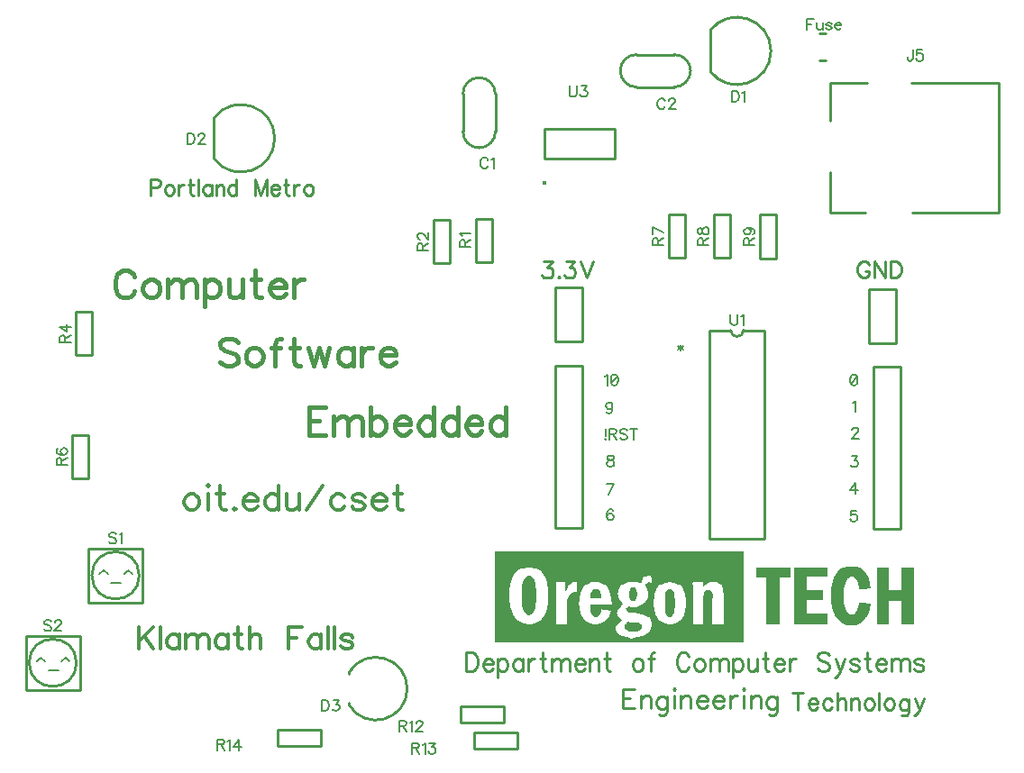
<source format=gbr>
G04 DipTrace 3.0.0.2*
G04 TopSilk.gbr*
%MOMM*%
G04 #@! TF.FileFunction,Legend,Top*
G04 #@! TF.Part,Single*
%ADD10C,0.25*%
%ADD12C,0.0762*%
%ADD29O,0.39124X0.39193*%
%ADD80C,0.15686*%
%ADD81C,0.31373*%
%ADD82C,0.23529*%
%ADD83C,0.27451*%
%ADD84C,0.35294*%
%ADD86C,0.39216*%
%FSLAX35Y35*%
G04*
G71*
G90*
G75*
G01*
G04 TopSilk*
%LPD*%
X5565350Y7273681D2*
D10*
Y6918386D1*
X5870150Y7273681D2*
Y6918386D1*
X5565350D2*
G03X5870150Y6918386I152400J-152D01*
G01*
Y7273681D2*
G03X5565350Y7273681I-152400J152D01*
G01*
X7195879Y7337547D2*
X7551174D1*
X7195879Y7642347D2*
X7551174D1*
Y7337547D2*
G03X7551174Y7642347I152J152400D01*
G01*
X7195879D2*
G03X7195879Y7337547I-152J-152400D01*
G01*
X7886873Y7486441D2*
Y7867125D1*
X7887445Y7485679D2*
G03X7887445Y7867887I253481J191104D01*
G01*
X3225900Y6665051D2*
Y7045735D1*
X3226472Y6664289D2*
G03X3226472Y7046497I253481J191104D01*
G01*
X4497000Y1838443D2*
Y1818383D1*
Y1548163D2*
Y1528103D1*
Y1838443D2*
G02X5042000Y1683273I250574J-154597D01*
G01*
X4497000Y1528103D2*
G03X5042000Y1683273I250574J154597D01*
G01*
X6435600Y4943030D2*
X6689600D1*
X6435600Y5451030D2*
Y4943030D1*
Y5451030D2*
X6689600D1*
Y4943030D1*
X9378810Y4927373D2*
X9632810D1*
X9378810Y5435373D2*
Y4927373D1*
Y5435373D2*
X9632810D1*
Y4927373D1*
X9676334Y4710817D2*
X9422330D1*
Y3186956D1*
X9676334D1*
Y4710817D1*
X6687011Y4717237D2*
X6433007D1*
Y3193376D1*
X6687011D1*
Y4717237D1*
X10598742Y6159708D2*
Y7379852D1*
Y6159708D2*
X9788723D1*
X9778663Y7379852D2*
X10598742D1*
X9348665Y6159708D2*
X9018621D1*
Y6539833D1*
Y7019822D2*
Y7379852D1*
X9358724D1*
X5687050Y5693239D2*
X5839450D1*
X5687050Y6100401D2*
Y5693239D1*
Y6100401D2*
X5839450D1*
Y5693239D1*
X5288823Y5682289D2*
X5441223D1*
X5288823Y6089451D2*
Y5682289D1*
Y6089451D2*
X5441223D1*
Y5682289D1*
X2081270Y5227224D2*
X1928870D1*
X2081270Y4820062D2*
Y5227224D1*
Y4820062D2*
X1928870D1*
Y5227224D1*
X2048733Y4066918D2*
X1896333D1*
X2048733Y3659756D2*
Y4066918D1*
Y3659756D2*
X1896333D1*
Y4066918D1*
X7496623Y5731266D2*
X7649023D1*
X7496623Y6138428D2*
Y5731266D1*
Y6138428D2*
X7649023D1*
Y5731266D1*
X8073707Y6137494D2*
X7921307D1*
X8073707Y5730332D2*
Y6137494D1*
Y5730332D2*
X7921307D1*
Y6137494D1*
X8504820Y6135901D2*
X8352420D1*
X8504820Y5728739D2*
Y6135901D1*
Y5728739D2*
X8352420D1*
Y6135901D1*
X8973317Y7590990D2*
X8913477D1*
X8973317Y7841010D2*
X8913477D1*
X5540716Y1513490D2*
Y1361090D1*
X5947878Y1513490D2*
X5540716D1*
X5947878D2*
Y1361090D1*
X5540716D1*
X5667459Y1268813D2*
Y1116413D1*
X6074621Y1268813D2*
X5667459D1*
X6074621D2*
Y1116413D1*
X5667459D1*
X3824302Y1293973D2*
Y1141573D1*
X4231464Y1293973D2*
X3824302D1*
X4231464D2*
Y1141573D1*
X3824302D1*
X2048471Y3001880D2*
Y2493880D1*
X2556455D1*
Y3001880D1*
X2048471D2*
X2556455D1*
X2080209Y2747880D2*
G02X2080209Y2747880I222254J0D01*
G01*
X1459155Y2180623D2*
Y1672623D1*
X1967139D1*
Y2180623D1*
X1459155D2*
X1967139D1*
X1490892Y1926623D2*
G02X1490892Y1926623I222254J0D01*
G01*
X8399915Y5051720D2*
Y3091720D1*
X7879892D2*
X8399915D1*
X7879892Y5051720D2*
Y3091720D1*
Y5051720D2*
X8079894D1*
X8399915D2*
X8199913D1*
X8079894D2*
G03X8199913Y5051720I60010J34D01*
G01*
D29*
X6331187Y6434076D3*
X6328547Y6660771D2*
D10*
X6988515D1*
X6328547Y6940769D2*
X6988515D1*
Y6660771D2*
Y6940769D1*
X6328547Y6660771D2*
Y6940769D1*
X5865487Y2977270D2*
D12*
X8197207D1*
X5865487Y2969650D2*
X8197207D1*
X5865487Y2962030D2*
X8197207D1*
X5865487Y2954410D2*
X8197207D1*
X5865487Y2946790D2*
X8197207D1*
X5865487Y2939170D2*
X8197207D1*
X5865487Y2931550D2*
X8197207D1*
X5865487Y2923930D2*
X8197207D1*
X5865487Y2916310D2*
X8197207D1*
X5865487Y2908690D2*
X8197207D1*
X5865487Y2901070D2*
X8197207D1*
X5865487Y2893450D2*
X8197207D1*
X5865487Y2885830D2*
X8197207D1*
X5865487Y2878210D2*
X8197207D1*
X5865487Y2870590D2*
X8197207D1*
X5865487Y2862970D2*
X8197207D1*
X5865487Y2855350D2*
X8197207D1*
X5865487Y2847730D2*
X8197207D1*
X5865487Y2840110D2*
X8197207D1*
X5865487Y2832490D2*
X6158652D1*
X6204781D2*
X8197207D1*
X9164947D2*
X9264007D1*
X5865487Y2824870D2*
X6129160D1*
X6234273D2*
X8197207D1*
X8319127D2*
X8631547D1*
X8677267D2*
X8982067D1*
X9145336D2*
X9279839D1*
X9454507D2*
X9561187D1*
X9683107D2*
X9797407D1*
X5865487Y2817250D2*
X6106415D1*
X6256988D2*
X8197207D1*
X8319127D2*
X8631547D1*
X8677267D2*
X8982067D1*
X9128553D2*
X9293725D1*
X9454507D2*
X9561187D1*
X9683107D2*
X9797407D1*
X5865487Y2809630D2*
X6089351D1*
X6273785D2*
X8197207D1*
X8319127D2*
X8631547D1*
X8677267D2*
X8982067D1*
X9114752D2*
X9305533D1*
X9454507D2*
X9561187D1*
X9683107D2*
X9797407D1*
X5865487Y2802010D2*
X6076220D1*
X6285975D2*
X8197207D1*
X8319127D2*
X8631547D1*
X8677267D2*
X8982067D1*
X9103957D2*
X9315470D1*
X9454507D2*
X9561187D1*
X9683107D2*
X9797407D1*
X5865487Y2794390D2*
X6065800D1*
X6294837D2*
X8197207D1*
X8319127D2*
X8631547D1*
X8677267D2*
X8982067D1*
X9094954D2*
X9324166D1*
X9454507D2*
X9561187D1*
X9683107D2*
X9797407D1*
X5865487Y2786770D2*
X6057154D1*
X6302500D2*
X8197207D1*
X8319127D2*
X8631547D1*
X8677267D2*
X8982067D1*
X9086582D2*
X9331993D1*
X9454507D2*
X9561187D1*
X9683107D2*
X9797407D1*
X5865487Y2779150D2*
X6049965D1*
X6310156D2*
X8197207D1*
X8319127D2*
X8631547D1*
X8677267D2*
X8982067D1*
X9079270D2*
X9338800D1*
X9454507D2*
X9561187D1*
X9683107D2*
X9797407D1*
X5865487Y2771530D2*
X6043989D1*
X6317111D2*
X8197207D1*
X8319127D2*
X8631547D1*
X8677267D2*
X8982067D1*
X9073385D2*
X9344397D1*
X9454507D2*
X9561187D1*
X9683107D2*
X9797407D1*
X5865487Y2763910D2*
X6038543D1*
X6322622D2*
X8197207D1*
X8319127D2*
X8631547D1*
X8677267D2*
X8982067D1*
X9068534D2*
X9349088D1*
X9454507D2*
X9561187D1*
X9683107D2*
X9797407D1*
X5865487Y2756290D2*
X6033464D1*
X6326687D2*
X7293422D1*
X7317912D2*
X8197207D1*
X8319127D2*
X8631547D1*
X8677267D2*
X8982067D1*
X9064275D2*
X9353295D1*
X9454507D2*
X9561187D1*
X9683107D2*
X9797407D1*
X5865487Y2748670D2*
X6029367D1*
X6329835D2*
X7276919D1*
X7328214D2*
X8197207D1*
X8319127D2*
X8631547D1*
X8677267D2*
X8982067D1*
X9060276D2*
X9357256D1*
X9454507D2*
X9561187D1*
X9683107D2*
X9797407D1*
X5865487Y2741050D2*
X6026143D1*
X6170287D2*
X6185527D1*
X6332996D2*
X7264492D1*
X7332276D2*
X8197207D1*
X8319127D2*
X8631547D1*
X8677267D2*
X8982067D1*
X9056403D2*
X9361102D1*
X9454507D2*
X9561187D1*
X9683107D2*
X9797407D1*
X5865487Y2733430D2*
X6023177D1*
X6159439D2*
X6200152D1*
X6336638D2*
X7255636D1*
X7334490D2*
X8197207D1*
X8319127D2*
X8631547D1*
X8677267D2*
X8783947D1*
X9052591D2*
X9189594D1*
X9238471D2*
X9364660D1*
X9454507D2*
X9561187D1*
X9683107D2*
X9797407D1*
X5865487Y2725810D2*
X6020470D1*
X6150608D2*
X6211851D1*
X6340942D2*
X7249772D1*
X7335496D2*
X8197207D1*
X8418187D2*
X8532487D1*
X8677267D2*
X8783947D1*
X9049017D2*
X9178524D1*
X9248629D2*
X9367512D1*
X9454507D2*
X9561187D1*
X9683107D2*
X9797407D1*
X5865487Y2718190D2*
X6017945D1*
X6143736D2*
X6220447D1*
X6345495D2*
X7245802D1*
X7335906D2*
X8197207D1*
X8418187D2*
X8532487D1*
X8677267D2*
X8783947D1*
X9045931D2*
X9170447D1*
X9256560D2*
X9369494D1*
X9454507D2*
X9561187D1*
X9683107D2*
X9797407D1*
X5865487Y2710570D2*
X6015072D1*
X6137877D2*
X6226223D1*
X6349154D2*
X7242572D1*
X7336062D2*
X8197207D1*
X8418187D2*
X8532487D1*
X8677267D2*
X8783947D1*
X9043248D2*
X9164544D1*
X9263082D2*
X9371327D1*
X9454507D2*
X9561187D1*
X9683107D2*
X9797407D1*
X5865487Y2702950D2*
X6011798D1*
X6132656D2*
X6230165D1*
X6351600D2*
X7240004D1*
X7336118D2*
X8197207D1*
X8418187D2*
X8532487D1*
X8677267D2*
X8783947D1*
X9040561D2*
X9159841D1*
X9268407D2*
X9373534D1*
X9454507D2*
X9561187D1*
X9683107D2*
X9797407D1*
X5865487Y2695330D2*
X6008501D1*
X6128761D2*
X6233384D1*
X6353655D2*
X7238320D1*
X7336137D2*
X7501270D1*
X7503629D2*
X8197207D1*
X8418187D2*
X8532487D1*
X8677267D2*
X8783947D1*
X9038195D2*
X9155937D1*
X9272694D2*
X9375643D1*
X9454507D2*
X9561187D1*
X9683107D2*
X9797407D1*
X5865487Y2687710D2*
X6005786D1*
X6126455D2*
X6235929D1*
X6355956D2*
X6429367D1*
X6528427D2*
X6584181D1*
X6635107D2*
X6750614D1*
X6853382D2*
X7095272D1*
X7214227D2*
X7237087D1*
X7305667D2*
X7313287D1*
X7336147D2*
X7467321D1*
X7540144D2*
X7718934D1*
X7823827D2*
X7864312D1*
X7959489D2*
X8197207D1*
X8418187D2*
X8532487D1*
X8677267D2*
X8783947D1*
X9036444D2*
X9152953D1*
X9275837D2*
X9377031D1*
X9454507D2*
X9561187D1*
X9683107D2*
X9797407D1*
X5865487Y2680090D2*
X6004114D1*
X6125068D2*
X6237491D1*
X6358102D2*
X6429367D1*
X6528427D2*
X6573285D1*
X6635107D2*
X6737561D1*
X6870891D2*
X7078471D1*
X7296649D2*
X7442024D1*
X7566020D2*
X7714416D1*
X7823827D2*
X7853177D1*
X7971536D2*
X8197207D1*
X8418187D2*
X8532487D1*
X8677267D2*
X8783947D1*
X9034707D2*
X9150924D1*
X9277680D2*
X9377759D1*
X9454507D2*
X9561187D1*
X9683107D2*
X9797407D1*
X5865487Y2672470D2*
X6003237D1*
X6123608D2*
X6238283D1*
X6359504D2*
X6429367D1*
X6528427D2*
X6564261D1*
X6635107D2*
X6725563D1*
X6885412D2*
X7064806D1*
X7288978D2*
X7423752D1*
X7584225D2*
X7714469D1*
X7823827D2*
X7843441D1*
X7981440D2*
X8197207D1*
X8418187D2*
X8532487D1*
X8677267D2*
X8783947D1*
X9032538D2*
X9149074D1*
X9278621D2*
X9378119D1*
X9454507D2*
X9561187D1*
X9683107D2*
X9797407D1*
X5865487Y2664850D2*
X6002592D1*
X6121587D2*
X6238637D1*
X6360236D2*
X6429367D1*
X6528427D2*
X6556877D1*
X6635107D2*
X6714781D1*
X6897223D2*
X7053154D1*
X7283453D2*
X7410324D1*
X7597719D2*
X7715381D1*
X7823827D2*
X7835126D1*
X7989297D2*
X8197207D1*
X8418187D2*
X8532487D1*
X8677267D2*
X8783947D1*
X9030443D2*
X9146832D1*
X9279289D2*
X9378523D1*
X9454507D2*
X9561187D1*
X9683107D2*
X9797407D1*
X5865487Y2657230D2*
X6001468D1*
X6119559D2*
X6238811D1*
X6360569D2*
X6429367D1*
X6528427D2*
X6551055D1*
X6635107D2*
X6705534D1*
X6906510D2*
X7043510D1*
X7279585D2*
X7400394D1*
X7608241D2*
X7716223D1*
X7823827D2*
X7828860D1*
X7995329D2*
X8197207D1*
X8418187D2*
X8532487D1*
X8677267D2*
X8783947D1*
X9029060D2*
X9144453D1*
X9280421D2*
X9379552D1*
X9454507D2*
X9561187D1*
X9683107D2*
X9797407D1*
X5865487Y2649610D2*
X5999585D1*
X6118204D2*
X6239134D1*
X6360735D2*
X6429367D1*
X6528427D2*
X6546290D1*
X6635107D2*
X6697728D1*
X6914111D2*
X7036258D1*
X7280511D2*
X7392552D1*
X7616883D2*
X7716729D1*
X7823827D2*
D3*
X7999940D2*
X8197207D1*
X8418187D2*
X8532487D1*
X8677267D2*
X8783947D1*
X9028334D2*
X9142094D1*
X9282309D2*
X9381460D1*
X9454507D2*
X9561187D1*
X9683107D2*
X9797407D1*
X5865487Y2641990D2*
X5997610D1*
X6117488D2*
X6240125D1*
X6361055D2*
X6429367D1*
X6528427D2*
X6542300D1*
X6635107D2*
X6690856D1*
X6920846D2*
X7030964D1*
X7285055D2*
X7385731D1*
X7623810D2*
X7716975D1*
X8003217D2*
X8197207D1*
X8418187D2*
X8532487D1*
X8677267D2*
X8783947D1*
X9027974D2*
X9139541D1*
X9284303D2*
X9383735D1*
X9454507D2*
X9561187D1*
X9683107D2*
X9797407D1*
X5865487Y2634370D2*
X5996274D1*
X6117162D2*
X6241957D1*
X6362045D2*
X6429367D1*
X6528427D2*
X6539025D1*
X6635107D2*
X6684441D1*
X6926456D2*
X7027118D1*
X7145647D2*
X7176127D1*
X7289949D2*
X7380092D1*
X7628815D2*
X7717081D1*
X8005111D2*
X8197207D1*
X8418187D2*
X8532487D1*
X8677267D2*
X8783947D1*
X9027570D2*
X9137257D1*
X9285756D2*
X9385927D1*
X9454507D2*
X9561187D1*
X9683107D2*
X9797407D1*
X5865487Y2626750D2*
X5995565D1*
X6117027D2*
X6243913D1*
X6363877D2*
X6429367D1*
X6528427D2*
X6536067D1*
X6635107D2*
X6678961D1*
X6930693D2*
X7024128D1*
X7139524D2*
X7180822D1*
X7294078D2*
X7375845D1*
X7632467D2*
X7717123D1*
X8006042D2*
X8197207D1*
X8418187D2*
X8532487D1*
X8677267D2*
X8783947D1*
X9026547D2*
X9135791D1*
X9286867D2*
X9332587D1*
X9454507D2*
X9561187D1*
X9683107D2*
X9797407D1*
X5865487Y2619130D2*
X5995241D1*
X6116975D2*
X6245243D1*
X6365833D2*
X6429367D1*
X6528427D2*
X6532532D1*
X6635107D2*
X6674773D1*
X6787507D2*
X6833227D1*
X6934200D2*
X7021325D1*
X7135038D2*
X7184899D1*
X7297354D2*
X7372335D1*
X7488547D2*
X7519027D1*
X7635830D2*
X7717138D1*
X8006478D2*
X8197207D1*
X8418187D2*
X8532487D1*
X8677267D2*
X8783947D1*
X9024703D2*
X9135033D1*
X9454507D2*
X9561187D1*
X9683107D2*
X9797407D1*
X5865487Y2611510D2*
X5995107D1*
X6116957D2*
X6245950D1*
X6367163D2*
X6429367D1*
X6528427D2*
D3*
X6635107D2*
X6671284D1*
X6782521D2*
X6839349D1*
X6937157D2*
X7018917D1*
X7132218D2*
X7187980D1*
X7300321D2*
X7369377D1*
X7483561D2*
X7525439D1*
X7639301D2*
X7717144D1*
X7846687D2*
X7884787D1*
X8006909D2*
X8197207D1*
X8418187D2*
X8532487D1*
X8677267D2*
X8936347D1*
X9022743D2*
X9134690D1*
X9454507D2*
X9797407D1*
X5865487Y2603890D2*
X5995055D1*
X6116950D2*
X6246273D1*
X6367870D2*
X6429367D1*
X6635107D2*
X6668333D1*
X6777467D2*
X6843835D1*
X6939756D2*
X7017151D1*
X7130009D2*
X7189805D1*
X7302776D2*
X7366778D1*
X7478507D2*
X7530872D1*
X7642672D2*
X7717146D1*
X7841477D2*
X7889482D1*
X8007942D2*
X8197207D1*
X8418187D2*
X8532487D1*
X8677267D2*
X8936347D1*
X9021411D2*
X9134550D1*
X9454507D2*
X9797407D1*
X5865487Y2596270D2*
X5995037D1*
X6116948D2*
X6246407D1*
X6368193D2*
X6429367D1*
X6635107D2*
X6665737D1*
X6772560D2*
X6846655D1*
X6942401D2*
X7015439D1*
X7127649D2*
X7190713D1*
X7304306D2*
X7364132D1*
X7473600D2*
X7535251D1*
X7645414D2*
X7717146D1*
X7836911D2*
X7893589D1*
X8009789D2*
X8197207D1*
X8418187D2*
X8532487D1*
X8677267D2*
X8936347D1*
X9020704D2*
X9134496D1*
X9454507D2*
X9797407D1*
X5865487Y2588650D2*
X5995030D1*
X6116947D2*
X6246458D1*
X6368327D2*
X6429367D1*
X6610812D2*
X6663092D1*
X6768780D2*
X6848864D1*
X6944749D2*
X7013536D1*
X7125512D2*
X7191112D1*
X7305088D2*
X7361784D1*
X7469820D2*
X7538442D1*
X7647124D2*
X7717147D1*
X7833754D2*
X7896937D1*
X8011750D2*
X8197207D1*
X8418187D2*
X8532487D1*
X8677267D2*
X8936347D1*
X9020380D2*
X9134477D1*
X9454507D2*
X9797407D1*
X5865487Y2581030D2*
X5995028D1*
X6116947D2*
X6246477D1*
X6368378D2*
X6429367D1*
X6592170D2*
X6660774D1*
X6766544D2*
X6851224D1*
X6946494D2*
X7012412D1*
X7124371D2*
X7191273D1*
X7305439D2*
X7360040D1*
X7467584D2*
X7540307D1*
X7648242D2*
X7717147D1*
X7831290D2*
X7899734D1*
X8013082D2*
X8197207D1*
X8418187D2*
X8532487D1*
X8677267D2*
X8936347D1*
X9020247D2*
X9134470D1*
X9454507D2*
X9797407D1*
X5865487Y2573410D2*
X5995027D1*
X6116947D2*
X6246483D1*
X6368397D2*
X6429367D1*
X6578705D2*
X6659268D1*
X6765439D2*
X6853391D1*
X6948228D2*
X7012884D1*
X7124607D2*
X7191333D1*
X7305582D2*
X7358306D1*
X7466479D2*
X7541227D1*
X7649592D2*
X7717147D1*
X7828792D2*
X7902437D1*
X8013789D2*
X8197207D1*
X8418187D2*
X8532487D1*
X8677267D2*
X8936347D1*
X9020195D2*
X9134468D1*
X9454507D2*
X9797407D1*
X5865487Y2565790D2*
X5995027D1*
X6116947D2*
X6246486D1*
X6368403D2*
X6429367D1*
X6568672D2*
X6658237D1*
X6764954D2*
X6854800D1*
X6950396D2*
X7014379D1*
X7126099D2*
X7191326D1*
X7305607D2*
X7356137D1*
X7465995D2*
X7541660D1*
X7651570D2*
X7717147D1*
X7826563D2*
X7904521D1*
X8014113D2*
X8197207D1*
X8418187D2*
X8532487D1*
X8677267D2*
X8936347D1*
X9020177D2*
X9134467D1*
X9454507D2*
X9797407D1*
X5865487Y2558170D2*
X5995027D1*
X6116947D2*
X6246486D1*
X6368406D2*
X6429367D1*
X6561159D2*
X6656922D1*
X6764760D2*
X6855537D1*
X6952491D2*
X7016349D1*
X7127916D2*
X7191065D1*
X7305359D2*
X7354043D1*
X7465800D2*
X7542090D1*
X7653612D2*
X7717147D1*
X7825128D2*
X7905663D1*
X8014247D2*
X8197207D1*
X8418187D2*
X8532487D1*
X8677267D2*
X8936347D1*
X9020170D2*
X9134467D1*
X9454507D2*
X9797407D1*
X5865487Y2550550D2*
X5995027D1*
X6116947D2*
X6246487D1*
X6368406D2*
X6429367D1*
X6555926D2*
X6654956D1*
X6764685D2*
X6855883D1*
X6953873D2*
X7018774D1*
X7129252D2*
X7190067D1*
X7304365D2*
X7352660D1*
X7465727D2*
X7543122D1*
X7655230D2*
X7717147D1*
X7824384D2*
X7904138D1*
X8014298D2*
X8197207D1*
X8418187D2*
X8532487D1*
X8677267D2*
X8936347D1*
X9020168D2*
X9134467D1*
X9454507D2*
X9797407D1*
X5865487Y2542930D2*
X5995027D1*
X6116947D2*
X6246487D1*
X6368407D2*
X6429367D1*
X6552221D2*
X6652949D1*
X6764647D2*
X6856087D1*
X6954629D2*
X7021267D1*
X7130520D2*
X7187951D1*
X7302274D2*
X7351934D1*
X7465700D2*
X7544969D1*
X7656915D2*
X7717147D1*
X7824047D2*
X7902413D1*
X8014317D2*
X8197207D1*
X8418187D2*
X8532487D1*
X8677267D2*
X8936347D1*
X9020197D2*
X9134467D1*
X9454507D2*
X9797407D1*
X5865487Y2535310D2*
X5995027D1*
X6116947D2*
X6246487D1*
X6368407D2*
X6429367D1*
X6549095D2*
X6651600D1*
X6955227D2*
X7023712D1*
X7132296D2*
X7184801D1*
X7299320D2*
X7351604D1*
X7465691D2*
X7546930D1*
X7659066D2*
X7717147D1*
X7823909D2*
X7901196D1*
X8014323D2*
X8197207D1*
X8418187D2*
X8532487D1*
X8677267D2*
X8936347D1*
X9020464D2*
X9134467D1*
X9454507D2*
X9797407D1*
X5865487Y2527690D2*
X5995027D1*
X6116947D2*
X6246487D1*
X6368377D2*
X6429367D1*
X6546586D2*
X6650887D1*
X6956334D2*
X7026586D1*
X7138314D2*
X7180752D1*
X7295869D2*
X7351468D1*
X7465658D2*
X7548262D1*
X7661154D2*
X7717147D1*
X7823856D2*
X7900536D1*
X8014326D2*
X8197207D1*
X8418187D2*
X8532487D1*
X8677267D2*
X8936347D1*
X9021435D2*
X9134467D1*
X9454507D2*
X9797407D1*
X5865487Y2520070D2*
X5995027D1*
X6116947D2*
X6246457D1*
X6368109D2*
X6429367D1*
X6545036D2*
X6650532D1*
X6958211D2*
X7030148D1*
X7145647D2*
X7176127D1*
X7291970D2*
X7351416D1*
X7465389D2*
X7548969D1*
X7662534D2*
X7717147D1*
X7823837D2*
X7900231D1*
X8014326D2*
X8197207D1*
X8418187D2*
X8532487D1*
X8677267D2*
X8783947D1*
X9023260D2*
X9134467D1*
X9454507D2*
X9797407D1*
X5865487Y2512450D2*
X5995056D1*
X6116947D2*
X6246189D1*
X6367138D2*
X6429367D1*
X6544248D2*
X6650107D1*
X6960184D2*
X7034710D1*
X7287462D2*
X7351397D1*
X7464448D2*
X7549293D1*
X7663260D2*
X7717147D1*
X7823830D2*
X7900103D1*
X8014327D2*
X8197207D1*
X8418187D2*
X8532487D1*
X8677267D2*
X8783947D1*
X9025214D2*
X9134467D1*
X9454507D2*
X9561187D1*
X9683107D2*
X9797407D1*
X5865487Y2504830D2*
X5995324D1*
X6116947D2*
X6245218D1*
X6365313D2*
X6429367D1*
X6543895D2*
X6648878D1*
X6961520D2*
X7040488D1*
X7282248D2*
X7351390D1*
X7462891D2*
X7549427D1*
X7663590D2*
X7717147D1*
X7823828D2*
X7900054D1*
X8014327D2*
X8197207D1*
X8418187D2*
X8532487D1*
X8677267D2*
X8783947D1*
X9026543D2*
X9134496D1*
X9454507D2*
X9561187D1*
X9683107D2*
X9797407D1*
X5865487Y2497210D2*
X5996295D1*
X6116976D2*
X6243393D1*
X6363359D2*
X6429367D1*
X6543752D2*
X6646254D1*
X6962229D2*
X7046850D1*
X7276082D2*
X7351388D1*
X7461908D2*
X7549478D1*
X7663726D2*
X7717147D1*
X7823827D2*
X7900036D1*
X8014327D2*
X8197207D1*
X8418187D2*
X8532487D1*
X8677267D2*
X8783947D1*
X9027250D2*
X9134764D1*
X9454507D2*
X9561187D1*
X9683107D2*
X9797407D1*
X5865487Y2489590D2*
X5998120D1*
X6117244D2*
X6241439D1*
X6362030D2*
X6429367D1*
X6543697D2*
X6642727D1*
X6962553D2*
X7052704D1*
X7267915D2*
X7351387D1*
X7462404D2*
X7549497D1*
X7663778D2*
X7717147D1*
X7823827D2*
X7900030D1*
X8014327D2*
X8197207D1*
X8418187D2*
X8532487D1*
X8677267D2*
X8783947D1*
X9027573D2*
X9135735D1*
X9286867D2*
X9317347D1*
X9454507D2*
X9561187D1*
X9683107D2*
X9797407D1*
X5865487Y2481970D2*
X6000074D1*
X6118215D2*
X6240110D1*
X6361324D2*
X6429367D1*
X6543677D2*
X6646244D1*
X6962691D2*
X7057801D1*
X7257129D2*
X7351387D1*
X7463651D2*
X7549503D1*
X7663767D2*
X7717147D1*
X7823827D2*
X7900028D1*
X8014327D2*
X8197207D1*
X8418187D2*
X8532487D1*
X8677267D2*
X8783947D1*
X9027736D2*
X9137590D1*
X9284262D2*
X9385927D1*
X9454507D2*
X9561187D1*
X9683107D2*
X9797407D1*
X5865487Y2474350D2*
X6001403D1*
X6120040D2*
X6239404D1*
X6361000D2*
X6429367D1*
X6543670D2*
X6648433D1*
X6764647D2*
X7053079D1*
X7243436D2*
X7351387D1*
X7464657D2*
X7549476D1*
X7663506D2*
X7717147D1*
X7823827D2*
X7900027D1*
X8014327D2*
X8197207D1*
X8418187D2*
X8532487D1*
X8677267D2*
X8783947D1*
X9028056D2*
X9139812D1*
X9281994D2*
X9385636D1*
X9454507D2*
X9561187D1*
X9683107D2*
X9797407D1*
X5865487Y2466730D2*
X6002140D1*
X6121994D2*
X6239080D1*
X6360837D2*
X6429367D1*
X6543668D2*
X6649540D1*
X6764647D2*
X7046554D1*
X7226168D2*
X7351387D1*
X7465230D2*
X7549209D1*
X7662537D2*
X7717147D1*
X7823827D2*
X7900027D1*
X8014327D2*
X8197207D1*
X8418187D2*
X8532487D1*
X8677267D2*
X8783947D1*
X9029046D2*
X9142112D1*
X9280519D2*
X9384660D1*
X9454507D2*
X9561187D1*
X9683107D2*
X9797407D1*
X5865487Y2459110D2*
X6002731D1*
X6123323D2*
X6238917D1*
X6360518D2*
X6429367D1*
X6543667D2*
X6650061D1*
X6764647D2*
X7039374D1*
X7115167D2*
X7130407D1*
X7206607D2*
X7351416D1*
X7465502D2*
X7548238D1*
X7660713D2*
X7717147D1*
X7823827D2*
X7900027D1*
X8014327D2*
X8197207D1*
X8418187D2*
X8532487D1*
X8677267D2*
X8783947D1*
X9030877D2*
X9144644D1*
X9279505D2*
X9382833D1*
X9454507D2*
X9561187D1*
X9683107D2*
X9797407D1*
X5865487Y2451490D2*
X6003865D1*
X6124060D2*
X6238598D1*
X6359528D2*
X6429367D1*
X6543667D2*
X6650528D1*
X6764647D2*
X7032455D1*
X7106984D2*
X7351684D1*
X7465616D2*
X7546413D1*
X7658729D2*
X7717147D1*
X7823827D2*
X7900027D1*
X8014327D2*
X8197207D1*
X8418187D2*
X8532487D1*
X8677267D2*
X8783947D1*
X9032863D2*
X9146950D1*
X9278168D2*
X9380879D1*
X9454507D2*
X9561187D1*
X9683107D2*
X9797407D1*
X5865487Y2443870D2*
X6006010D1*
X6124680D2*
X6237578D1*
X6357696D2*
X6429367D1*
X6543667D2*
X6651574D1*
X6764647D2*
X7025935D1*
X7100116D2*
X7352655D1*
X7465661D2*
X7544459D1*
X7657133D2*
X7717147D1*
X7823827D2*
X7900027D1*
X8014327D2*
X8197207D1*
X8418187D2*
X8532487D1*
X8677267D2*
X8783947D1*
X9034460D2*
X9148681D1*
X9275937D2*
X9379520D1*
X9454507D2*
X9561187D1*
X9683107D2*
X9797407D1*
X5865487Y2436250D2*
X6008953D1*
X6126053D2*
X6235479D1*
X6355710D2*
X6429367D1*
X6543667D2*
X6653426D1*
X6764647D2*
X7019681D1*
X7096845D2*
X7354480D1*
X7465678D2*
X7543130D1*
X7655455D2*
X7717147D1*
X7823827D2*
X7900027D1*
X8014327D2*
X8197207D1*
X8418187D2*
X8532487D1*
X8677267D2*
X8783947D1*
X9036138D2*
X9150440D1*
X9272930D2*
X9378546D1*
X9454507D2*
X9561187D1*
X9683107D2*
X9797407D1*
X5865487Y2428630D2*
X6012143D1*
X6128930D2*
X6232522D1*
X6354083D2*
X6429367D1*
X6543667D2*
X6655419D1*
X6764647D2*
X6856057D1*
X6901807D2*
X7014486D1*
X7097799D2*
X7356434D1*
X7465684D2*
X7542424D1*
X7653307D2*
X7717147D1*
X7823827D2*
X7900027D1*
X8014327D2*
X8197207D1*
X8418187D2*
X8532487D1*
X8677267D2*
X8783947D1*
X9038316D2*
X9152934D1*
X9269459D2*
X9377252D1*
X9454507D2*
X9561187D1*
X9683107D2*
X9797407D1*
X5865487Y2421010D2*
X6015074D1*
X6133025D2*
X6229040D1*
X6352137D2*
X6429367D1*
X6543667D2*
X6657019D1*
X6764676D2*
X6855789D1*
X6955147D2*
X7011017D1*
X7103954D2*
X7357793D1*
X7465715D2*
X7542071D1*
X7651219D2*
X7717147D1*
X7823827D2*
X7900027D1*
X8014327D2*
X8197207D1*
X8418187D2*
X8532487D1*
X8677267D2*
X8783947D1*
X9040702D2*
X9156565D1*
X9265523D2*
X9375263D1*
X9454507D2*
X9561187D1*
X9683107D2*
X9797407D1*
X5865487Y2413390D2*
X6017698D1*
X6137643D2*
X6224813D1*
X6349018D2*
X6429367D1*
X6543667D2*
X6658698D1*
X6764974D2*
X6854818D1*
X6953969D2*
X7008446D1*
X7112646D2*
X7358767D1*
X7465984D2*
X7541669D1*
X7649809D2*
X7717147D1*
X7823827D2*
X7900027D1*
X8014327D2*
X8197207D1*
X8418187D2*
X8532487D1*
X8677267D2*
X8783947D1*
X9043321D2*
X9162017D1*
X9260775D2*
X9372990D1*
X9454507D2*
X9561187D1*
X9683107D2*
X9797407D1*
X5865487Y2405770D2*
X6020393D1*
X6143355D2*
X6218800D1*
X6345076D2*
X6429367D1*
X6543667D2*
X6660876D1*
X6766243D2*
X6852963D1*
X6952050D2*
X7006162D1*
X7122787D2*
X7360062D1*
X7466985D2*
X7540617D1*
X7648816D2*
X7717147D1*
X7823827D2*
X7900027D1*
X8014327D2*
X8197207D1*
X8418187D2*
X8532487D1*
X8677267D2*
X8783947D1*
X9046842D2*
X9169674D1*
X9254893D2*
X9370642D1*
X9454507D2*
X9561187D1*
X9683107D2*
X9797407D1*
X5865487Y2398150D2*
X6022989D1*
X6151782D2*
X6209852D1*
X6341474D2*
X6429367D1*
X6543667D2*
X6663232D1*
X6769366D2*
X6850652D1*
X6949809D2*
X7004265D1*
X7213151D2*
X7362050D1*
X7469138D2*
X7538446D1*
X7647515D2*
X7717147D1*
X7823827D2*
X7900027D1*
X8014327D2*
X8197207D1*
X8418187D2*
X8532487D1*
X8677267D2*
X8783947D1*
X9050981D2*
X9178603D1*
X9248186D2*
X9367806D1*
X9454507D2*
X9561187D1*
X9683107D2*
X9797407D1*
X5865487Y2390530D2*
X6025472D1*
X6163784D2*
X6198272D1*
X6338418D2*
X6429367D1*
X6543667D2*
X6665583D1*
X6774704D2*
X6847476D1*
X6947504D2*
X7005141D1*
X7248487D2*
X7364323D1*
X7472649D2*
X7534928D1*
X7645524D2*
X7717147D1*
X7823827D2*
X7900027D1*
X8014327D2*
X8197207D1*
X8418187D2*
X8532487D1*
X8677267D2*
X8982067D1*
X9054667D2*
X9187807D1*
X9241147D2*
X9364288D1*
X9454507D2*
X9561187D1*
X9683107D2*
X9797407D1*
X5865487Y2382910D2*
X6028359D1*
X6177907D2*
X6185527D1*
X6335259D2*
X6429367D1*
X6543667D2*
X6668193D1*
X6782256D2*
X6842860D1*
X6944941D2*
X7006761D1*
X7273245D2*
X7366672D1*
X7478228D2*
X7529347D1*
X7643250D2*
X7717147D1*
X7823827D2*
X7900027D1*
X8014327D2*
X8197207D1*
X8418187D2*
X8532487D1*
X8677267D2*
X8982067D1*
X9057756D2*
X9359998D1*
X9454507D2*
X9561187D1*
X9683107D2*
X9797407D1*
X5865487Y2375290D2*
X6031896D1*
X6331578D2*
X6429367D1*
X6543667D2*
X6671012D1*
X6791925D2*
X6831305D1*
X6942395D2*
X7009021D1*
X7290245D2*
X7369508D1*
X7486452D2*
X7521122D1*
X7640902D2*
X7717147D1*
X7823827D2*
X7900027D1*
X8014327D2*
X8197207D1*
X8418187D2*
X8532487D1*
X8677267D2*
X8982067D1*
X9060927D2*
X9355164D1*
X9454507D2*
X9561187D1*
X9683107D2*
X9797407D1*
X5865487Y2367670D2*
X6036192D1*
X6326999D2*
X6429367D1*
X6543667D2*
X6674449D1*
X6802747D2*
X6817987D1*
X6939902D2*
X7012452D1*
X7302375D2*
X7373026D1*
X7496167D2*
X7511407D1*
X7638066D2*
X7717147D1*
X7823827D2*
X7900027D1*
X8014327D2*
X8197207D1*
X8418187D2*
X8532487D1*
X8677267D2*
X8982067D1*
X9064613D2*
X9350300D1*
X9454507D2*
X9561187D1*
X9683107D2*
X9797407D1*
X5865487Y2360050D2*
X6041029D1*
X6321413D2*
X6429367D1*
X6543667D2*
X6679156D1*
X6936753D2*
X7017098D1*
X7311684D2*
X7377315D1*
X7634518D2*
X7717147D1*
X7823827D2*
X7900027D1*
X8014327D2*
X8197207D1*
X8418187D2*
X8532487D1*
X8677267D2*
X8982067D1*
X9069223D2*
X9345268D1*
X9454507D2*
X9561187D1*
X9683107D2*
X9797407D1*
X5865487Y2352430D2*
X6045953D1*
X6315420D2*
X6429367D1*
X6543667D2*
X6684644D1*
X6932248D2*
X7023030D1*
X7318867D2*
X7382150D1*
X7629961D2*
X7717147D1*
X7823827D2*
X7900027D1*
X8014327D2*
X8197207D1*
X8418187D2*
X8532487D1*
X8677267D2*
X8982067D1*
X9075048D2*
X9339841D1*
X9454507D2*
X9561187D1*
X9683107D2*
X9797407D1*
X5865487Y2344810D2*
X6051490D1*
X6309287D2*
X6429367D1*
X6543667D2*
X6690298D1*
X6926098D2*
X7031251D1*
X7323966D2*
X7387073D1*
X7624125D2*
X7717147D1*
X7823827D2*
X7900027D1*
X8014327D2*
X8197207D1*
X8418187D2*
X8532487D1*
X8677267D2*
X8982067D1*
X9081774D2*
X9333871D1*
X9454507D2*
X9561187D1*
X9683107D2*
X9797407D1*
X5865487Y2337190D2*
X6058652D1*
X6302628D2*
X6429367D1*
X6543667D2*
X6696139D1*
X6919010D2*
X7042096D1*
X7327620D2*
X7392611D1*
X7617139D2*
X7717147D1*
X7823827D2*
X7900027D1*
X8014327D2*
X8197207D1*
X8418187D2*
X8532487D1*
X8677267D2*
X8982067D1*
X9089029D2*
X9326934D1*
X9454507D2*
X9561187D1*
X9683107D2*
X9797407D1*
X5865487Y2329570D2*
X6067866D1*
X6295000D2*
X6429367D1*
X6543667D2*
X6702625D1*
X6911548D2*
X7054207D1*
X7330727D2*
X7399742D1*
X7608944D2*
X7717147D1*
X7823827D2*
X7900027D1*
X8014327D2*
X8197207D1*
X8418187D2*
X8532487D1*
X8677267D2*
X8982067D1*
X9096817D2*
X9319236D1*
X9454507D2*
X9561187D1*
X9683107D2*
X9797407D1*
X5865487Y2321950D2*
X6079215D1*
X6285520D2*
X6429367D1*
X6543667D2*
X6711212D1*
X6902626D2*
X7042809D1*
X7333231D2*
X7408837D1*
X7599510D2*
X7717147D1*
X7823827D2*
X7900027D1*
X8014327D2*
X8197207D1*
X8418187D2*
X8532487D1*
X8677267D2*
X8982067D1*
X9105913D2*
X9310632D1*
X9454507D2*
X9561187D1*
X9683107D2*
X9797407D1*
X5865487Y2314330D2*
X6093417D1*
X6272645D2*
X6429367D1*
X6543667D2*
X6723312D1*
X6890940D2*
X7032291D1*
X7115167D2*
X7122787D1*
X7334778D2*
X7420494D1*
X7588546D2*
X7717147D1*
X7823827D2*
X7900027D1*
X8014327D2*
X8197207D1*
X8418187D2*
X8532487D1*
X8677267D2*
X8982067D1*
X9117582D2*
X9299683D1*
X9454507D2*
X9561187D1*
X9683107D2*
X9797407D1*
X5865487Y2306710D2*
X6112703D1*
X6254462D2*
X6429367D1*
X6543667D2*
X6740089D1*
X6874760D2*
X7022709D1*
X7105237D2*
X7214227D1*
X7335566D2*
X7437084D1*
X7573725D2*
X7717147D1*
X7823827D2*
X7900027D1*
X8014327D2*
X8197207D1*
X8418187D2*
X8532487D1*
X8677267D2*
X8982067D1*
X9132123D2*
X9286202D1*
X9454507D2*
X9561187D1*
X9683107D2*
X9797407D1*
X5865487Y2299090D2*
X6139158D1*
X6229610D2*
X6429367D1*
X6543667D2*
X6762236D1*
X6852230D2*
X7014498D1*
X7097615D2*
X7222954D1*
X7335918D2*
X7460688D1*
X7552341D2*
X7717147D1*
X7823827D2*
X7900027D1*
X8014327D2*
X8197207D1*
X8418187D2*
X8532487D1*
X8677267D2*
X8982067D1*
X9148326D2*
X9271484D1*
X9454507D2*
X9561187D1*
X9683107D2*
X9797407D1*
X5865487Y2291470D2*
X6170287D1*
X6200767D2*
X6787507D1*
X6825607D2*
X7007602D1*
X7092129D2*
X7230652D1*
X7336062D2*
X7488547D1*
X7526647D2*
X8197207D1*
X9164947D2*
X9256387D1*
X5865487Y2283850D2*
X7001797D1*
X7088446D2*
X7233918D1*
X7336087D2*
X8197207D1*
X5865487Y2276230D2*
X6997627D1*
X7086413D2*
X7235720D1*
X7335839D2*
X8197207D1*
X5865487Y2268610D2*
X6995235D1*
X7085715D2*
X7236486D1*
X7334874D2*
X8197207D1*
X5865487Y2260990D2*
X6994071D1*
X7085893D2*
X7236201D1*
X7333022D2*
X8197207D1*
X5865487Y2253370D2*
X6993595D1*
X7089072D2*
X7234847D1*
X7330771D2*
X8197207D1*
X5865487Y2245750D2*
X6993661D1*
X7098603D2*
X7226578D1*
X7328204D2*
X8197207D1*
X5865487Y2238130D2*
X6994586D1*
X7112967D2*
X7213992D1*
X7324671D2*
X8197207D1*
X5865487Y2230510D2*
X6996652D1*
X7130407D2*
X7198987D1*
X7320272D2*
X8197207D1*
X5865487Y2222890D2*
X6999627D1*
X7315557D2*
X8197207D1*
X5865487Y2215270D2*
X7003343D1*
X7310108D2*
X8197207D1*
X5865487Y2207650D2*
X7008243D1*
X7303011D2*
X8197207D1*
X5865487Y2200030D2*
X7014903D1*
X7294019D2*
X8197207D1*
X5865487Y2192410D2*
X7023756D1*
X7283020D2*
X8197207D1*
X5865487Y2184790D2*
X7036798D1*
X7267822D2*
X8197207D1*
X5865487Y2177170D2*
X7058652D1*
X7243199D2*
X8197207D1*
X5865487Y2169550D2*
X7091486D1*
X7205837D2*
X8197207D1*
X5865487Y2161930D2*
X7130407D1*
X7145647D2*
D3*
X7160887D2*
X8197207D1*
X5865487Y2154310D2*
X8197207D1*
X5865487Y2146690D2*
X8197207D1*
X5865487Y2139070D2*
X8197207D1*
X5865487Y2131450D2*
X8197207D1*
X5865487Y2123830D2*
X8197207D1*
X5865487Y2977270D2*
Y2969650D1*
Y2962030D1*
Y2954410D1*
Y2946790D1*
Y2939170D1*
Y2931550D1*
Y2923930D1*
Y2916310D1*
Y2908690D1*
Y2901070D1*
Y2893450D1*
Y2885830D1*
Y2878210D1*
Y2870590D1*
Y2862970D1*
Y2855350D1*
Y2847730D1*
Y2840110D1*
Y2832490D1*
Y2824870D1*
Y2817250D1*
Y2809630D1*
Y2802010D1*
Y2794390D1*
Y2786770D1*
Y2779150D1*
Y2771530D1*
Y2763910D1*
Y2756290D1*
Y2748670D1*
Y2741050D1*
Y2733430D1*
Y2725810D1*
Y2718190D1*
Y2710570D1*
Y2702950D1*
Y2695330D1*
Y2687710D1*
Y2680090D1*
Y2672470D1*
Y2664850D1*
Y2657230D1*
Y2649610D1*
Y2641990D1*
Y2634370D1*
Y2626750D1*
Y2619130D1*
Y2611510D1*
Y2603890D1*
Y2596270D1*
Y2588650D1*
Y2581030D1*
Y2573410D1*
Y2565790D1*
Y2558170D1*
Y2550550D1*
Y2542930D1*
Y2535310D1*
Y2527690D1*
Y2520070D1*
Y2512450D1*
Y2504830D1*
Y2497210D1*
Y2489590D1*
Y2481970D1*
Y2474350D1*
Y2466730D1*
Y2459110D1*
Y2451490D1*
Y2443870D1*
Y2436250D1*
Y2428630D1*
Y2421010D1*
Y2413390D1*
Y2405770D1*
Y2398150D1*
Y2390530D1*
Y2382910D1*
Y2375290D1*
Y2367670D1*
Y2360050D1*
Y2352430D1*
Y2344810D1*
Y2337190D1*
Y2329570D1*
Y2321950D1*
Y2314330D1*
Y2306710D1*
Y2299090D1*
Y2291470D1*
Y2283850D1*
Y2276230D1*
Y2268610D1*
Y2260990D1*
Y2253370D1*
Y2245750D1*
Y2238130D1*
Y2230510D1*
Y2222890D1*
Y2215270D1*
Y2207650D1*
Y2200030D1*
Y2192410D1*
Y2184790D1*
Y2177170D1*
Y2169550D1*
Y2161930D1*
Y2154310D1*
Y2146690D1*
Y2139070D1*
Y2131450D1*
Y2123830D1*
X8197207Y2977270D2*
Y2969650D1*
Y2962030D1*
Y2954410D1*
Y2946790D1*
Y2939170D1*
Y2931550D1*
Y2923930D1*
Y2916310D1*
Y2908690D1*
Y2901070D1*
Y2893450D1*
Y2885830D1*
Y2878210D1*
Y2870590D1*
Y2862970D1*
Y2855350D1*
Y2847730D1*
Y2840110D1*
Y2832490D1*
Y2824870D1*
Y2817250D1*
Y2809630D1*
Y2802010D1*
Y2794390D1*
Y2786770D1*
Y2779150D1*
Y2771530D1*
Y2763910D1*
Y2756290D1*
Y2748670D1*
Y2741050D1*
Y2733430D1*
Y2725810D1*
Y2718190D1*
Y2710570D1*
Y2702950D1*
Y2695330D1*
Y2687710D1*
Y2680090D1*
Y2672470D1*
Y2664850D1*
Y2657230D1*
Y2649610D1*
Y2641990D1*
Y2634370D1*
Y2626750D1*
Y2619130D1*
Y2611510D1*
Y2603890D1*
Y2596270D1*
Y2588650D1*
Y2581030D1*
Y2573410D1*
Y2565790D1*
Y2558170D1*
Y2550550D1*
Y2542930D1*
Y2535310D1*
Y2527690D1*
Y2520070D1*
Y2512450D1*
Y2504830D1*
Y2497210D1*
Y2489590D1*
Y2481970D1*
Y2474350D1*
Y2466730D1*
Y2459110D1*
Y2451490D1*
Y2443870D1*
Y2436250D1*
Y2428630D1*
Y2421010D1*
Y2413390D1*
Y2405770D1*
Y2398150D1*
Y2390530D1*
Y2382910D1*
Y2375290D1*
Y2367670D1*
Y2360050D1*
Y2352430D1*
Y2344810D1*
Y2337190D1*
Y2329570D1*
Y2321950D1*
Y2314330D1*
Y2306710D1*
Y2299090D1*
Y2291470D1*
Y2283850D1*
Y2276230D1*
Y2268610D1*
Y2260990D1*
Y2253370D1*
Y2245750D1*
Y2238130D1*
Y2230510D1*
Y2222890D1*
Y2215270D1*
Y2207650D1*
Y2200030D1*
Y2192410D1*
Y2184790D1*
Y2177170D1*
Y2169550D1*
Y2161930D1*
Y2154310D1*
Y2146690D1*
Y2139070D1*
Y2131450D1*
Y2123830D1*
X6193147Y2840110D2*
X6158652Y2832490D1*
X6129160Y2824870D1*
X6106415Y2817250D1*
X6089351Y2809630D1*
X6076220Y2802010D1*
X6065800Y2794390D1*
X6057154Y2786770D1*
X6049965Y2779150D1*
X6043989Y2771530D1*
X6038543Y2763910D1*
X6033464Y2756290D1*
X6029367Y2748670D1*
X6026143Y2741050D1*
X6023177Y2733430D1*
X6020470Y2725810D1*
X6017945Y2718190D1*
X6015072Y2710570D1*
X6011798Y2702950D1*
X6008501Y2695330D1*
X6005786Y2687710D1*
X6004114Y2680090D1*
X6003237Y2672470D1*
X6002592Y2664850D1*
X6001468Y2657230D1*
X5999585Y2649610D1*
X5997610Y2641990D1*
X5996274Y2634370D1*
X5995565Y2626750D1*
X5995241Y2619130D1*
X5995107Y2611510D1*
X5995055Y2603890D1*
X5995037Y2596270D1*
X5995030Y2588650D1*
X5995028Y2581030D1*
X5995027Y2573410D1*
Y2565790D1*
Y2558170D1*
Y2550550D1*
Y2542930D1*
Y2535310D1*
Y2527690D1*
Y2520070D1*
X5995056Y2512450D1*
X5995324Y2504830D1*
X5996295Y2497210D1*
X5998120Y2489590D1*
X6000074Y2481970D1*
X6001403Y2474350D1*
X6002140Y2466730D1*
X6002731Y2459110D1*
X6003865Y2451490D1*
X6006010Y2443870D1*
X6008953Y2436250D1*
X6012143Y2428630D1*
X6015074Y2421010D1*
X6017698Y2413390D1*
X6020393Y2405770D1*
X6022989Y2398150D1*
X6025472Y2390530D1*
X6028359Y2382910D1*
X6031896Y2375290D1*
X6036192Y2367670D1*
X6041029Y2360050D1*
X6045953Y2352430D1*
X6051490Y2344810D1*
X6058652Y2337190D1*
X6067866Y2329570D1*
X6079215Y2321950D1*
X6093417Y2314330D1*
X6112703Y2306710D1*
X6139158Y2299090D1*
X6170287Y2291470D1*
Y2840110D2*
X6204781Y2832490D1*
X6234273Y2824870D1*
X6256988Y2817250D1*
X6273785Y2809630D1*
X6285975Y2802010D1*
X6294837Y2794390D1*
X6302500Y2786770D1*
X6310156Y2779150D1*
X6317111Y2771530D1*
X6322622Y2763910D1*
X6326687Y2756290D1*
X6329835Y2748670D1*
X6332996Y2741050D1*
X6336638Y2733430D1*
X6340942Y2725810D1*
X6345495Y2718190D1*
X6349154Y2710570D1*
X6351600Y2702950D1*
X6353655Y2695330D1*
X6355956Y2687710D1*
X6358102Y2680090D1*
X6359504Y2672470D1*
X6360236Y2664850D1*
X6360569Y2657230D1*
X6360735Y2649610D1*
X6361055Y2641990D1*
X6362045Y2634370D1*
X6363877Y2626750D1*
X6365833Y2619130D1*
X6367163Y2611510D1*
X6367870Y2603890D1*
X6368193Y2596270D1*
X6368327Y2588650D1*
X6368378Y2581030D1*
X6368397Y2573410D1*
X6368403Y2565790D1*
X6368406Y2558170D1*
Y2550550D1*
X6368407Y2542930D1*
Y2535310D1*
X6368377Y2527690D1*
X6368109Y2520070D1*
X6367138Y2512450D1*
X6365313Y2504830D1*
X6363359Y2497210D1*
X6362030Y2489590D1*
X6361324Y2481970D1*
X6361000Y2474350D1*
X6360837Y2466730D1*
X6360518Y2459110D1*
X6359528Y2451490D1*
X6357696Y2443870D1*
X6355710Y2436250D1*
X6354083Y2428630D1*
X6352137Y2421010D1*
X6349018Y2413390D1*
X6345076Y2405770D1*
X6341474Y2398150D1*
X6338418Y2390530D1*
X6335259Y2382910D1*
X6331578Y2375290D1*
X6326999Y2367670D1*
X6321413Y2360050D1*
X6315420Y2352430D1*
X6309287Y2344810D1*
X6302628Y2337190D1*
X6295000Y2329570D1*
X6285520Y2321950D1*
X6272645Y2314330D1*
X6254462Y2306710D1*
X6229610Y2299090D1*
X6200767Y2291470D1*
X9164947Y2832490D2*
X9145336Y2824870D1*
X9128553Y2817250D1*
X9114752Y2809630D1*
X9103957Y2802010D1*
X9094954Y2794390D1*
X9086582Y2786770D1*
X9079270Y2779150D1*
X9073385Y2771530D1*
X9068534Y2763910D1*
X9064275Y2756290D1*
X9060276Y2748670D1*
X9056403Y2741050D1*
X9052591Y2733430D1*
X9049017Y2725810D1*
X9045931Y2718190D1*
X9043248Y2710570D1*
X9040561Y2702950D1*
X9038195Y2695330D1*
X9036444Y2687710D1*
X9034707Y2680090D1*
X9032538Y2672470D1*
X9030443Y2664850D1*
X9029060Y2657230D1*
X9028334Y2649610D1*
X9027974Y2641990D1*
X9027570Y2634370D1*
X9026547Y2626750D1*
X9024703Y2619130D1*
X9022743Y2611510D1*
X9021411Y2603890D1*
X9020704Y2596270D1*
X9020380Y2588650D1*
X9020247Y2581030D1*
X9020195Y2573410D1*
X9020177Y2565790D1*
X9020170Y2558170D1*
X9020168Y2550550D1*
X9020197Y2542930D1*
X9020464Y2535310D1*
X9021435Y2527690D1*
X9023260Y2520070D1*
X9025214Y2512450D1*
X9026543Y2504830D1*
X9027250Y2497210D1*
X9027573Y2489590D1*
X9027736Y2481970D1*
X9028056Y2474350D1*
X9029046Y2466730D1*
X9030877Y2459110D1*
X9032863Y2451490D1*
X9034460Y2443870D1*
X9036138Y2436250D1*
X9038316Y2428630D1*
X9040702Y2421010D1*
X9043321Y2413390D1*
X9046842Y2405770D1*
X9050981Y2398150D1*
X9054667Y2390530D1*
X9057756Y2382910D1*
X9060927Y2375290D1*
X9064613Y2367670D1*
X9069223Y2360050D1*
X9075048Y2352430D1*
X9081774Y2344810D1*
X9089029Y2337190D1*
X9096817Y2329570D1*
X9105913Y2321950D1*
X9117582Y2314330D1*
X9132123Y2306710D1*
X9148326Y2299090D1*
X9164947Y2291470D1*
X9264007Y2832490D2*
X9279839Y2824870D1*
X9293725Y2817250D1*
X9305533Y2809630D1*
X9315470Y2802010D1*
X9324166Y2794390D1*
X9331993Y2786770D1*
X9338800Y2779150D1*
X9344397Y2771530D1*
X9349088Y2763910D1*
X9353295Y2756290D1*
X9357256Y2748670D1*
X9361102Y2741050D1*
X9364660Y2733430D1*
X9367512Y2725810D1*
X9369494Y2718190D1*
X9371327Y2710570D1*
X9373534Y2702950D1*
X9375643Y2695330D1*
X9377031Y2687710D1*
X9377759Y2680090D1*
X9378119Y2672470D1*
X9378523Y2664850D1*
X9379552Y2657230D1*
X9381460Y2649610D1*
X9383735Y2641990D1*
X9385927Y2634370D1*
X9332587Y2626750D1*
X8319127Y2824870D2*
Y2817250D1*
Y2809630D1*
Y2802010D1*
Y2794390D1*
Y2786770D1*
Y2779150D1*
Y2771530D1*
Y2763910D1*
Y2756290D1*
Y2748670D1*
Y2741050D1*
Y2733430D1*
X8631547Y2824870D2*
Y2817250D1*
Y2809630D1*
Y2802010D1*
Y2794390D1*
Y2786770D1*
Y2779150D1*
Y2771530D1*
Y2763910D1*
Y2756290D1*
Y2748670D1*
Y2741050D1*
Y2733430D1*
X8677267Y2824870D2*
Y2817250D1*
Y2809630D1*
Y2802010D1*
Y2794390D1*
Y2786770D1*
Y2779150D1*
Y2771530D1*
Y2763910D1*
Y2756290D1*
Y2748670D1*
Y2741050D1*
Y2733430D1*
Y2725810D1*
Y2718190D1*
Y2710570D1*
Y2702950D1*
Y2695330D1*
Y2687710D1*
Y2680090D1*
Y2672470D1*
Y2664850D1*
Y2657230D1*
Y2649610D1*
Y2641990D1*
Y2634370D1*
Y2626750D1*
Y2619130D1*
Y2611510D1*
Y2603890D1*
Y2596270D1*
Y2588650D1*
Y2581030D1*
Y2573410D1*
Y2565790D1*
Y2558170D1*
Y2550550D1*
Y2542930D1*
Y2535310D1*
Y2527690D1*
Y2520070D1*
Y2512450D1*
Y2504830D1*
Y2497210D1*
Y2489590D1*
Y2481970D1*
Y2474350D1*
Y2466730D1*
Y2459110D1*
Y2451490D1*
Y2443870D1*
Y2436250D1*
Y2428630D1*
Y2421010D1*
Y2413390D1*
Y2405770D1*
Y2398150D1*
Y2390530D1*
Y2382910D1*
Y2375290D1*
Y2367670D1*
Y2360050D1*
Y2352430D1*
Y2344810D1*
Y2337190D1*
Y2329570D1*
Y2321950D1*
Y2314330D1*
Y2306710D1*
Y2299090D1*
X8982067Y2824870D2*
Y2817250D1*
Y2809630D1*
Y2802010D1*
Y2794390D1*
Y2786770D1*
Y2779150D1*
Y2771530D1*
Y2763910D1*
Y2756290D1*
Y2748670D1*
Y2741050D1*
X9454507Y2824870D2*
Y2817250D1*
Y2809630D1*
Y2802010D1*
Y2794390D1*
Y2786770D1*
Y2779150D1*
Y2771530D1*
Y2763910D1*
Y2756290D1*
Y2748670D1*
Y2741050D1*
Y2733430D1*
Y2725810D1*
Y2718190D1*
Y2710570D1*
Y2702950D1*
Y2695330D1*
Y2687710D1*
Y2680090D1*
Y2672470D1*
Y2664850D1*
Y2657230D1*
Y2649610D1*
Y2641990D1*
Y2634370D1*
Y2626750D1*
Y2619130D1*
Y2611510D1*
Y2603890D1*
Y2596270D1*
Y2588650D1*
Y2581030D1*
Y2573410D1*
Y2565790D1*
Y2558170D1*
Y2550550D1*
Y2542930D1*
Y2535310D1*
Y2527690D1*
Y2520070D1*
Y2512450D1*
Y2504830D1*
Y2497210D1*
Y2489590D1*
Y2481970D1*
Y2474350D1*
Y2466730D1*
Y2459110D1*
Y2451490D1*
Y2443870D1*
Y2436250D1*
Y2428630D1*
Y2421010D1*
Y2413390D1*
Y2405770D1*
Y2398150D1*
Y2390530D1*
Y2382910D1*
Y2375290D1*
Y2367670D1*
Y2360050D1*
Y2352430D1*
Y2344810D1*
Y2337190D1*
Y2329570D1*
Y2321950D1*
Y2314330D1*
Y2306710D1*
Y2299090D1*
X9561187Y2824870D2*
Y2817250D1*
Y2809630D1*
Y2802010D1*
Y2794390D1*
Y2786770D1*
Y2779150D1*
Y2771530D1*
Y2763910D1*
Y2756290D1*
Y2748670D1*
Y2741050D1*
Y2733430D1*
Y2725810D1*
Y2718190D1*
Y2710570D1*
Y2702950D1*
Y2695330D1*
Y2687710D1*
Y2680090D1*
Y2672470D1*
Y2664850D1*
Y2657230D1*
Y2649610D1*
Y2641990D1*
Y2634370D1*
Y2626750D1*
Y2619130D1*
Y2611510D1*
X9683107Y2824870D2*
Y2817250D1*
Y2809630D1*
Y2802010D1*
Y2794390D1*
Y2786770D1*
Y2779150D1*
Y2771530D1*
Y2763910D1*
Y2756290D1*
Y2748670D1*
Y2741050D1*
Y2733430D1*
Y2725810D1*
Y2718190D1*
Y2710570D1*
Y2702950D1*
Y2695330D1*
Y2687710D1*
Y2680090D1*
Y2672470D1*
Y2664850D1*
Y2657230D1*
Y2649610D1*
Y2641990D1*
Y2634370D1*
Y2626750D1*
Y2619130D1*
Y2611510D1*
X9797407Y2824870D2*
Y2817250D1*
Y2809630D1*
Y2802010D1*
Y2794390D1*
Y2786770D1*
Y2779150D1*
Y2771530D1*
Y2763910D1*
Y2756290D1*
Y2748670D1*
Y2741050D1*
Y2733430D1*
Y2725810D1*
Y2718190D1*
Y2710570D1*
Y2702950D1*
Y2695330D1*
Y2687710D1*
Y2680090D1*
Y2672470D1*
Y2664850D1*
Y2657230D1*
Y2649610D1*
Y2641990D1*
Y2634370D1*
Y2626750D1*
Y2619130D1*
Y2611510D1*
Y2603890D1*
Y2596270D1*
Y2588650D1*
Y2581030D1*
Y2573410D1*
Y2565790D1*
Y2558170D1*
Y2550550D1*
Y2542930D1*
Y2535310D1*
Y2527690D1*
Y2520070D1*
Y2512450D1*
Y2504830D1*
Y2497210D1*
Y2489590D1*
Y2481970D1*
Y2474350D1*
Y2466730D1*
Y2459110D1*
Y2451490D1*
Y2443870D1*
Y2436250D1*
Y2428630D1*
Y2421010D1*
Y2413390D1*
Y2405770D1*
Y2398150D1*
Y2390530D1*
Y2382910D1*
Y2375290D1*
Y2367670D1*
Y2360050D1*
Y2352430D1*
Y2344810D1*
Y2337190D1*
Y2329570D1*
Y2321950D1*
Y2314330D1*
Y2306710D1*
Y2299090D1*
X7313287Y2763910D2*
X7293422Y2756290D1*
X7276919Y2748670D1*
X7264492Y2741050D1*
X7255636Y2733430D1*
X7249772Y2725810D1*
X7245802Y2718190D1*
X7242572Y2710570D1*
X7240004Y2702950D1*
X7238320Y2695330D1*
X7237087Y2687710D1*
X7305667Y2763910D2*
X7317912Y2756290D1*
X7328214Y2748670D1*
X7332276Y2741050D1*
X7334490Y2733430D1*
X7335496Y2725810D1*
X7335906Y2718190D1*
X7336062Y2710570D1*
X7336118Y2702950D1*
X7336137Y2695330D1*
X7336147Y2687710D1*
X6170287Y2741050D2*
X6159439Y2733430D1*
X6150608Y2725810D1*
X6143736Y2718190D1*
X6137877Y2710570D1*
X6132656Y2702950D1*
X6128761Y2695330D1*
X6126455Y2687710D1*
X6125068Y2680090D1*
X6123608Y2672470D1*
X6121587Y2664850D1*
X6119559Y2657230D1*
X6118204Y2649610D1*
X6117488Y2641990D1*
X6117162Y2634370D1*
X6117027Y2626750D1*
X6116975Y2619130D1*
X6116957Y2611510D1*
X6116950Y2603890D1*
X6116948Y2596270D1*
X6116947Y2588650D1*
Y2581030D1*
Y2573410D1*
Y2565790D1*
Y2558170D1*
Y2550550D1*
Y2542930D1*
Y2535310D1*
Y2527690D1*
Y2520070D1*
Y2512450D1*
Y2504830D1*
X6116976Y2497210D1*
X6117244Y2489590D1*
X6118215Y2481970D1*
X6120040Y2474350D1*
X6121994Y2466730D1*
X6123323Y2459110D1*
X6124060Y2451490D1*
X6124680Y2443870D1*
X6126053Y2436250D1*
X6128930Y2428630D1*
X6133025Y2421010D1*
X6137643Y2413390D1*
X6143355Y2405770D1*
X6151782Y2398150D1*
X6163784Y2390530D1*
X6177907Y2382910D1*
X6185527Y2741050D2*
X6200152Y2733430D1*
X6211851Y2725810D1*
X6220447Y2718190D1*
X6226223Y2710570D1*
X6230165Y2702950D1*
X6233384Y2695330D1*
X6235929Y2687710D1*
X6237491Y2680090D1*
X6238283Y2672470D1*
X6238637Y2664850D1*
X6238811Y2657230D1*
X6239134Y2649610D1*
X6240125Y2641990D1*
X6241957Y2634370D1*
X6243913Y2626750D1*
X6245243Y2619130D1*
X6245950Y2611510D1*
X6246273Y2603890D1*
X6246407Y2596270D1*
X6246458Y2588650D1*
X6246477Y2581030D1*
X6246483Y2573410D1*
X6246486Y2565790D1*
Y2558170D1*
X6246487Y2550550D1*
Y2542930D1*
Y2535310D1*
Y2527690D1*
X6246457Y2520070D1*
X6246189Y2512450D1*
X6245218Y2504830D1*
X6243393Y2497210D1*
X6241439Y2489590D1*
X6240110Y2481970D1*
X6239404Y2474350D1*
X6239080Y2466730D1*
X6238917Y2459110D1*
X6238598Y2451490D1*
X6237578Y2443870D1*
X6235479Y2436250D1*
X6232522Y2428630D1*
X6229040Y2421010D1*
X6224813Y2413390D1*
X6218800Y2405770D1*
X6209852Y2398150D1*
X6198272Y2390530D1*
X6185527Y2382910D1*
X8783947Y2741050D2*
Y2733430D1*
Y2725810D1*
Y2718190D1*
Y2710570D1*
Y2702950D1*
Y2695330D1*
Y2687710D1*
Y2680090D1*
Y2672470D1*
Y2664850D1*
Y2657230D1*
Y2649610D1*
Y2641990D1*
Y2634370D1*
Y2626750D1*
Y2619130D1*
Y2611510D1*
X9203047Y2741050D2*
X9189594Y2733430D1*
X9178524Y2725810D1*
X9170447Y2718190D1*
X9164544Y2710570D1*
X9159841Y2702950D1*
X9155937Y2695330D1*
X9152953Y2687710D1*
X9150924Y2680090D1*
X9149074Y2672470D1*
X9146832Y2664850D1*
X9144453Y2657230D1*
X9142094Y2649610D1*
X9139541Y2641990D1*
X9137257Y2634370D1*
X9135791Y2626750D1*
X9135033Y2619130D1*
X9134690Y2611510D1*
X9134550Y2603890D1*
X9134496Y2596270D1*
X9134477Y2588650D1*
X9134470Y2581030D1*
X9134468Y2573410D1*
X9134467Y2565790D1*
Y2558170D1*
Y2550550D1*
Y2542930D1*
Y2535310D1*
Y2527690D1*
Y2520070D1*
Y2512450D1*
X9134496Y2504830D1*
X9134764Y2497210D1*
X9135735Y2489590D1*
X9137590Y2481970D1*
X9139812Y2474350D1*
X9142112Y2466730D1*
X9144644Y2459110D1*
X9146950Y2451490D1*
X9148681Y2443870D1*
X9150440Y2436250D1*
X9152934Y2428630D1*
X9156565Y2421010D1*
X9162017Y2413390D1*
X9169674Y2405770D1*
X9178603Y2398150D1*
X9187807Y2390530D1*
X9225907Y2741050D2*
X9238471Y2733430D1*
X9248629Y2725810D1*
X9256560Y2718190D1*
X9263082Y2710570D1*
X9268407Y2702950D1*
X9272694Y2695330D1*
X9275837Y2687710D1*
X9277680Y2680090D1*
X9278621Y2672470D1*
X9279289Y2664850D1*
X9280421Y2657230D1*
X9282309Y2649610D1*
X9284303Y2641990D1*
X9285756Y2634370D1*
X9286867Y2626750D1*
X8418187Y2733430D2*
Y2725810D1*
Y2718190D1*
Y2710570D1*
Y2702950D1*
Y2695330D1*
Y2687710D1*
Y2680090D1*
Y2672470D1*
Y2664850D1*
Y2657230D1*
Y2649610D1*
Y2641990D1*
Y2634370D1*
Y2626750D1*
Y2619130D1*
Y2611510D1*
Y2603890D1*
Y2596270D1*
Y2588650D1*
Y2581030D1*
Y2573410D1*
Y2565790D1*
Y2558170D1*
Y2550550D1*
Y2542930D1*
Y2535310D1*
Y2527690D1*
Y2520070D1*
Y2512450D1*
Y2504830D1*
Y2497210D1*
Y2489590D1*
Y2481970D1*
Y2474350D1*
Y2466730D1*
Y2459110D1*
Y2451490D1*
Y2443870D1*
Y2436250D1*
Y2428630D1*
Y2421010D1*
Y2413390D1*
Y2405770D1*
Y2398150D1*
Y2390530D1*
Y2382910D1*
Y2375290D1*
Y2367670D1*
Y2360050D1*
Y2352430D1*
Y2344810D1*
Y2337190D1*
Y2329570D1*
Y2321950D1*
Y2314330D1*
Y2306710D1*
Y2299090D1*
X8532487Y2733430D2*
Y2725810D1*
Y2718190D1*
Y2710570D1*
Y2702950D1*
Y2695330D1*
Y2687710D1*
Y2680090D1*
Y2672470D1*
Y2664850D1*
Y2657230D1*
Y2649610D1*
Y2641990D1*
Y2634370D1*
Y2626750D1*
Y2619130D1*
Y2611510D1*
Y2603890D1*
Y2596270D1*
Y2588650D1*
Y2581030D1*
Y2573410D1*
Y2565790D1*
Y2558170D1*
Y2550550D1*
Y2542930D1*
Y2535310D1*
Y2527690D1*
Y2520070D1*
Y2512450D1*
Y2504830D1*
Y2497210D1*
Y2489590D1*
Y2481970D1*
Y2474350D1*
Y2466730D1*
Y2459110D1*
Y2451490D1*
Y2443870D1*
Y2436250D1*
Y2428630D1*
Y2421010D1*
Y2413390D1*
Y2405770D1*
Y2398150D1*
Y2390530D1*
Y2382910D1*
Y2375290D1*
Y2367670D1*
Y2360050D1*
Y2352430D1*
Y2344810D1*
Y2337190D1*
Y2329570D1*
Y2321950D1*
Y2314330D1*
Y2306710D1*
Y2299090D1*
X7541887Y2702950D2*
X7501270Y2695330D1*
X7467321Y2687710D1*
X7442024Y2680090D1*
X7423752Y2672470D1*
X7410324Y2664850D1*
X7400394Y2657230D1*
X7392552Y2649610D1*
X7385731Y2641990D1*
X7380092Y2634370D1*
X7375845Y2626750D1*
X7372335Y2619130D1*
X7369377Y2611510D1*
X7366778Y2603890D1*
X7364132Y2596270D1*
X7361784Y2588650D1*
X7360040Y2581030D1*
X7358306Y2573410D1*
X7356137Y2565790D1*
X7354043Y2558170D1*
X7352660Y2550550D1*
X7351934Y2542930D1*
X7351604Y2535310D1*
X7351468Y2527690D1*
X7351416Y2520070D1*
X7351397Y2512450D1*
X7351390Y2504830D1*
X7351388Y2497210D1*
X7351387Y2489590D1*
Y2481970D1*
Y2474350D1*
Y2466730D1*
X7351416Y2459110D1*
X7351684Y2451490D1*
X7352655Y2443870D1*
X7354480Y2436250D1*
X7356434Y2428630D1*
X7357793Y2421010D1*
X7358767Y2413390D1*
X7360062Y2405770D1*
X7362050Y2398150D1*
X7364323Y2390530D1*
X7366672Y2382910D1*
X7369508Y2375290D1*
X7373026Y2367670D1*
X7377315Y2360050D1*
X7382150Y2352430D1*
X7387073Y2344810D1*
X7392611Y2337190D1*
X7399742Y2329570D1*
X7408837Y2321950D1*
X7420494Y2314330D1*
X7437084Y2306710D1*
X7460688Y2299090D1*
X7488547Y2291470D1*
X7458067Y2702950D2*
X7503629Y2695330D1*
X7540144Y2687710D1*
X7566020Y2680090D1*
X7584225Y2672470D1*
X7597719Y2664850D1*
X7608241Y2657230D1*
X7616883Y2649610D1*
X7623810Y2641990D1*
X7628815Y2634370D1*
X7632467Y2626750D1*
X7635830Y2619130D1*
X7639301Y2611510D1*
X7642672Y2603890D1*
X7645414Y2596270D1*
X7647124Y2588650D1*
X7648242Y2581030D1*
X7649592Y2573410D1*
X7651570Y2565790D1*
X7653612Y2558170D1*
X7655230Y2550550D1*
X7656915Y2542930D1*
X7659066Y2535310D1*
X7661154Y2527690D1*
X7662534Y2520070D1*
X7663260Y2512450D1*
X7663590Y2504830D1*
X7663726Y2497210D1*
X7663778Y2489590D1*
X7663767Y2481970D1*
X7663506Y2474350D1*
X7662537Y2466730D1*
X7660713Y2459110D1*
X7658729Y2451490D1*
X7657133Y2443870D1*
X7655455Y2436250D1*
X7653307Y2428630D1*
X7651219Y2421010D1*
X7649809Y2413390D1*
X7648816Y2405770D1*
X7647515Y2398150D1*
X7645524Y2390530D1*
X7643250Y2382910D1*
X7640902Y2375290D1*
X7638066Y2367670D1*
X7634518Y2360050D1*
X7629961Y2352430D1*
X7624125Y2344810D1*
X7617139Y2337190D1*
X7608944Y2329570D1*
X7599510Y2321950D1*
X7588546Y2314330D1*
X7573725Y2306710D1*
X7552341Y2299090D1*
X7526647Y2291470D1*
X6429367Y2695330D2*
Y2687710D1*
Y2680090D1*
Y2672470D1*
Y2664850D1*
Y2657230D1*
Y2649610D1*
Y2641990D1*
Y2634370D1*
Y2626750D1*
Y2619130D1*
Y2611510D1*
Y2603890D1*
Y2596270D1*
Y2588650D1*
Y2581030D1*
Y2573410D1*
Y2565790D1*
Y2558170D1*
Y2550550D1*
Y2542930D1*
Y2535310D1*
Y2527690D1*
Y2520070D1*
Y2512450D1*
Y2504830D1*
Y2497210D1*
Y2489590D1*
Y2481970D1*
Y2474350D1*
Y2466730D1*
Y2459110D1*
Y2451490D1*
Y2443870D1*
Y2436250D1*
Y2428630D1*
Y2421010D1*
Y2413390D1*
Y2405770D1*
Y2398150D1*
Y2390530D1*
Y2382910D1*
Y2375290D1*
Y2367670D1*
Y2360050D1*
Y2352430D1*
Y2344810D1*
Y2337190D1*
Y2329570D1*
Y2321950D1*
Y2314330D1*
Y2306710D1*
Y2299090D1*
Y2291470D1*
X6528427Y2695330D2*
Y2687710D1*
Y2680090D1*
Y2672470D1*
Y2664850D1*
Y2657230D1*
Y2649610D1*
Y2641990D1*
Y2634370D1*
Y2626750D1*
Y2619130D1*
Y2611510D1*
X6597007Y2695330D2*
X6584181Y2687710D1*
X6573285Y2680090D1*
X6564261Y2672470D1*
X6556877Y2664850D1*
X6551055Y2657230D1*
X6546290Y2649610D1*
X6542300Y2641990D1*
X6539025Y2634370D1*
X6536067Y2626750D1*
X6532532Y2619130D1*
X6528427Y2611510D1*
X6635107Y2695330D2*
Y2687710D1*
Y2680090D1*
Y2672470D1*
Y2664850D1*
Y2657230D1*
Y2649610D1*
Y2641990D1*
Y2634370D1*
Y2626750D1*
Y2619130D1*
Y2611510D1*
Y2603890D1*
Y2596270D1*
X6610812Y2588650D1*
X6592170Y2581030D1*
X6578705Y2573410D1*
X6568672Y2565790D1*
X6561159Y2558170D1*
X6555926Y2550550D1*
X6552221Y2542930D1*
X6549095Y2535310D1*
X6546586Y2527690D1*
X6545036Y2520070D1*
X6544248Y2512450D1*
X6543895Y2504830D1*
X6543752Y2497210D1*
X6543697Y2489590D1*
X6543677Y2481970D1*
X6543670Y2474350D1*
X6543668Y2466730D1*
X6543667Y2459110D1*
Y2451490D1*
Y2443870D1*
Y2436250D1*
Y2428630D1*
Y2421010D1*
Y2413390D1*
Y2405770D1*
Y2398150D1*
Y2390530D1*
Y2382910D1*
Y2375290D1*
Y2367670D1*
Y2360050D1*
Y2352430D1*
Y2344810D1*
Y2337190D1*
Y2329570D1*
Y2321950D1*
Y2314330D1*
Y2306710D1*
Y2299090D1*
Y2291470D1*
X6764647Y2695330D2*
X6750614Y2687710D1*
X6737561Y2680090D1*
X6725563Y2672470D1*
X6714781Y2664850D1*
X6705534Y2657230D1*
X6697728Y2649610D1*
X6690856Y2641990D1*
X6684441Y2634370D1*
X6678961Y2626750D1*
X6674773Y2619130D1*
X6671284Y2611510D1*
X6668333Y2603890D1*
X6665737Y2596270D1*
X6663092Y2588650D1*
X6660774Y2581030D1*
X6659268Y2573410D1*
X6658237Y2565790D1*
X6656922Y2558170D1*
X6654956Y2550550D1*
X6652949Y2542930D1*
X6651600Y2535310D1*
X6650887Y2527690D1*
X6650532Y2520070D1*
X6650107Y2512450D1*
X6648878Y2504830D1*
X6646254Y2497210D1*
X6642727Y2489590D1*
X6646244Y2481970D1*
X6648433Y2474350D1*
X6649540Y2466730D1*
X6650061Y2459110D1*
X6650528Y2451490D1*
X6651574Y2443870D1*
X6653426Y2436250D1*
X6655419Y2428630D1*
X6657019Y2421010D1*
X6658698Y2413390D1*
X6660876Y2405770D1*
X6663232Y2398150D1*
X6665583Y2390530D1*
X6668193Y2382910D1*
X6671012Y2375290D1*
X6674449Y2367670D1*
X6679156Y2360050D1*
X6684644Y2352430D1*
X6690298Y2344810D1*
X6696139Y2337190D1*
X6702625Y2329570D1*
X6711212Y2321950D1*
X6723312Y2314330D1*
X6740089Y2306710D1*
X6762236Y2299090D1*
X6787507Y2291470D1*
X6833227Y2695330D2*
X6853382Y2687710D1*
X6870891Y2680090D1*
X6885412Y2672470D1*
X6897223Y2664850D1*
X6906510Y2657230D1*
X6914111Y2649610D1*
X6920846Y2641990D1*
X6926456Y2634370D1*
X6930693Y2626750D1*
X6934200Y2619130D1*
X6937157Y2611510D1*
X6939756Y2603890D1*
X6942401Y2596270D1*
X6944749Y2588650D1*
X6946494Y2581030D1*
X6948228Y2573410D1*
X6950396Y2565790D1*
X6952491Y2558170D1*
X6953873Y2550550D1*
X6954629Y2542930D1*
X6955227Y2535310D1*
X6956334Y2527690D1*
X6958211Y2520070D1*
X6960184Y2512450D1*
X6961520Y2504830D1*
X6962229Y2497210D1*
X6962553Y2489590D1*
X6962691Y2481970D1*
X6962767Y2474350D1*
X7115167Y2695330D2*
X7095272Y2687710D1*
X7078471Y2680090D1*
X7064806Y2672470D1*
X7053154Y2664850D1*
X7043510Y2657230D1*
X7036258Y2649610D1*
X7030964Y2641990D1*
X7027118Y2634370D1*
X7024128Y2626750D1*
X7021325Y2619130D1*
X7018917Y2611510D1*
X7017151Y2603890D1*
X7015439Y2596270D1*
X7013536Y2588650D1*
X7012412Y2581030D1*
X7012884Y2573410D1*
X7014379Y2565790D1*
X7016349Y2558170D1*
X7018774Y2550550D1*
X7021267Y2542930D1*
X7023712Y2535310D1*
X7026586Y2527690D1*
X7030148Y2520070D1*
X7034710Y2512450D1*
X7040488Y2504830D1*
X7046850Y2497210D1*
X7052704Y2489590D1*
X7057801Y2481970D1*
X7053079Y2474350D1*
X7046554Y2466730D1*
X7039374Y2459110D1*
X7032455Y2451490D1*
X7025935Y2443870D1*
X7019681Y2436250D1*
X7014486Y2428630D1*
X7011017Y2421010D1*
X7008446Y2413390D1*
X7006162Y2405770D1*
X7004265Y2398150D1*
X7005141Y2390530D1*
X7006761Y2382910D1*
X7009021Y2375290D1*
X7012452Y2367670D1*
X7017098Y2360050D1*
X7023030Y2352430D1*
X7031251Y2344810D1*
X7042096Y2337190D1*
X7054207Y2329570D1*
X7042809Y2321950D1*
X7032291Y2314330D1*
X7022709Y2306710D1*
X7014498Y2299090D1*
X7007602Y2291470D1*
X7001797Y2283850D1*
X6997627Y2276230D1*
X6995235Y2268610D1*
X6994071Y2260990D1*
X6993595Y2253370D1*
X6993661Y2245750D1*
X6994586Y2238130D1*
X6996652Y2230510D1*
X6999627Y2222890D1*
X7003343Y2215270D1*
X7008243Y2207650D1*
X7014903Y2200030D1*
X7023756Y2192410D1*
X7036798Y2184790D1*
X7058652Y2177170D1*
X7091486Y2169550D1*
X7130407Y2161930D1*
X7206607Y2695330D2*
X7214227Y2687710D1*
X7305667D2*
X7296649Y2680090D1*
X7288978Y2672470D1*
X7283453Y2664850D1*
X7279585Y2657230D1*
X7280511Y2649610D1*
X7285055Y2641990D1*
X7289949Y2634370D1*
X7294078Y2626750D1*
X7297354Y2619130D1*
X7300321Y2611510D1*
X7302776Y2603890D1*
X7304306Y2596270D1*
X7305088Y2588650D1*
X7305439Y2581030D1*
X7305582Y2573410D1*
X7305607Y2565790D1*
X7305359Y2558170D1*
X7304365Y2550550D1*
X7302274Y2542930D1*
X7299320Y2535310D1*
X7295869Y2527690D1*
X7291970Y2520070D1*
X7287462Y2512450D1*
X7282248Y2504830D1*
X7276082Y2497210D1*
X7267915Y2489590D1*
X7257129Y2481970D1*
X7243436Y2474350D1*
X7226168Y2466730D1*
X7206607Y2459110D1*
X7313287Y2687710D2*
X7724767Y2695330D2*
X7718934Y2687710D1*
X7714416Y2680090D1*
X7714469Y2672470D1*
X7715381Y2664850D1*
X7716223Y2657230D1*
X7716729Y2649610D1*
X7716975Y2641990D1*
X7717081Y2634370D1*
X7717123Y2626750D1*
X7717138Y2619130D1*
X7717144Y2611510D1*
X7717146Y2603890D1*
Y2596270D1*
X7717147Y2588650D1*
Y2581030D1*
Y2573410D1*
Y2565790D1*
Y2558170D1*
Y2550550D1*
Y2542930D1*
Y2535310D1*
Y2527690D1*
Y2520070D1*
Y2512450D1*
Y2504830D1*
Y2497210D1*
Y2489590D1*
Y2481970D1*
Y2474350D1*
Y2466730D1*
Y2459110D1*
Y2451490D1*
Y2443870D1*
Y2436250D1*
Y2428630D1*
Y2421010D1*
Y2413390D1*
Y2405770D1*
Y2398150D1*
Y2390530D1*
Y2382910D1*
Y2375290D1*
Y2367670D1*
Y2360050D1*
Y2352430D1*
Y2344810D1*
Y2337190D1*
Y2329570D1*
Y2321950D1*
Y2314330D1*
Y2306710D1*
Y2299090D1*
Y2291470D1*
X7823827Y2695330D2*
Y2687710D1*
Y2680090D1*
Y2672470D1*
Y2664850D1*
Y2657230D1*
Y2649610D1*
X7877167Y2695330D2*
X7864312Y2687710D1*
X7853177Y2680090D1*
X7843441Y2672470D1*
X7835126Y2664850D1*
X7828860Y2657230D1*
X7823827Y2649610D1*
X7945747Y2695330D2*
X7959489Y2687710D1*
X7971536Y2680090D1*
X7981440Y2672470D1*
X7989297Y2664850D1*
X7995329Y2657230D1*
X7999940Y2649610D1*
X8003217Y2641990D1*
X8005111Y2634370D1*
X8006042Y2626750D1*
X8006478Y2619130D1*
X8006909Y2611510D1*
X8007942Y2603890D1*
X8009789Y2596270D1*
X8011750Y2588650D1*
X8013082Y2581030D1*
X8013789Y2573410D1*
X8014113Y2565790D1*
X8014247Y2558170D1*
X8014298Y2550550D1*
X8014317Y2542930D1*
X8014323Y2535310D1*
X8014326Y2527690D1*
Y2520070D1*
X8014327Y2512450D1*
Y2504830D1*
Y2497210D1*
Y2489590D1*
Y2481970D1*
Y2474350D1*
Y2466730D1*
Y2459110D1*
Y2451490D1*
Y2443870D1*
Y2436250D1*
Y2428630D1*
Y2421010D1*
Y2413390D1*
Y2405770D1*
Y2398150D1*
Y2390530D1*
Y2382910D1*
Y2375290D1*
Y2367670D1*
Y2360050D1*
Y2352430D1*
Y2344810D1*
Y2337190D1*
Y2329570D1*
Y2321950D1*
Y2314330D1*
Y2306710D1*
Y2299090D1*
Y2291470D1*
X7145647Y2634370D2*
X7139524Y2626750D1*
X7135038Y2619130D1*
X7132218Y2611510D1*
X7130009Y2603890D1*
X7127649Y2596270D1*
X7125512Y2588650D1*
X7124371Y2581030D1*
X7124607Y2573410D1*
X7126099Y2565790D1*
X7127916Y2558170D1*
X7129252Y2550550D1*
X7130520Y2542930D1*
X7132296Y2535310D1*
X7138314Y2527690D1*
X7145647Y2520070D1*
X7176127Y2634370D2*
X7180822Y2626750D1*
X7184899Y2619130D1*
X7187980Y2611510D1*
X7189805Y2603890D1*
X7190713Y2596270D1*
X7191112Y2588650D1*
X7191273Y2581030D1*
X7191333Y2573410D1*
X7191326Y2565790D1*
X7191065Y2558170D1*
X7190067Y2550550D1*
X7187951Y2542930D1*
X7184801Y2535310D1*
X7180752Y2527690D1*
X7176127Y2520070D1*
X6787507Y2619130D2*
X6782521Y2611510D1*
X6777467Y2603890D1*
X6772560Y2596270D1*
X6768780Y2588650D1*
X6766544Y2581030D1*
X6765439Y2573410D1*
X6764954Y2565790D1*
X6764760Y2558170D1*
X6764685Y2550550D1*
X6764647Y2542930D1*
X6833227Y2619130D2*
X6839349Y2611510D1*
X6843835Y2603890D1*
X6846655Y2596270D1*
X6848864Y2588650D1*
X6851224Y2581030D1*
X6853391Y2573410D1*
X6854800Y2565790D1*
X6855537Y2558170D1*
X6855883Y2550550D1*
X6856087Y2542930D1*
X7488547Y2619130D2*
X7483561Y2611510D1*
X7478507Y2603890D1*
X7473600Y2596270D1*
X7469820Y2588650D1*
X7467584Y2581030D1*
X7466479Y2573410D1*
X7465995Y2565790D1*
X7465800Y2558170D1*
X7465727Y2550550D1*
X7465700Y2542930D1*
X7465691Y2535310D1*
X7465658Y2527690D1*
X7465389Y2520070D1*
X7464448Y2512450D1*
X7462891Y2504830D1*
X7461908Y2497210D1*
X7462404Y2489590D1*
X7463651Y2481970D1*
X7464657Y2474350D1*
X7465230Y2466730D1*
X7465502Y2459110D1*
X7465616Y2451490D1*
X7465661Y2443870D1*
X7465678Y2436250D1*
X7465684Y2428630D1*
X7465715Y2421010D1*
X7465984Y2413390D1*
X7466985Y2405770D1*
X7469138Y2398150D1*
X7472649Y2390530D1*
X7478228Y2382910D1*
X7486452Y2375290D1*
X7496167Y2367670D1*
X7519027Y2619130D2*
X7525439Y2611510D1*
X7530872Y2603890D1*
X7535251Y2596270D1*
X7538442Y2588650D1*
X7540307Y2581030D1*
X7541227Y2573410D1*
X7541660Y2565790D1*
X7542090Y2558170D1*
X7543122Y2550550D1*
X7544969Y2542930D1*
X7546930Y2535310D1*
X7548262Y2527690D1*
X7548969Y2520070D1*
X7549293Y2512450D1*
X7549427Y2504830D1*
X7549478Y2497210D1*
X7549497Y2489590D1*
X7549503Y2481970D1*
X7549476Y2474350D1*
X7549209Y2466730D1*
X7548238Y2459110D1*
X7546413Y2451490D1*
X7544459Y2443870D1*
X7543130Y2436250D1*
X7542424Y2428630D1*
X7542071Y2421010D1*
X7541669Y2413390D1*
X7540617Y2405770D1*
X7538446Y2398150D1*
X7534928Y2390530D1*
X7529347Y2382910D1*
X7521122Y2375290D1*
X7511407Y2367670D1*
X7846687Y2611510D2*
X7841477Y2603890D1*
X7836911Y2596270D1*
X7833754Y2588650D1*
X7831290Y2581030D1*
X7828792Y2573410D1*
X7826563Y2565790D1*
X7825128Y2558170D1*
X7824384Y2550550D1*
X7824047Y2542930D1*
X7823909Y2535310D1*
X7823856Y2527690D1*
X7823837Y2520070D1*
X7823830Y2512450D1*
X7823828Y2504830D1*
X7823827Y2497210D1*
Y2489590D1*
Y2481970D1*
Y2474350D1*
Y2466730D1*
Y2459110D1*
Y2451490D1*
Y2443870D1*
Y2436250D1*
Y2428630D1*
Y2421010D1*
Y2413390D1*
Y2405770D1*
Y2398150D1*
Y2390530D1*
Y2382910D1*
Y2375290D1*
Y2367670D1*
Y2360050D1*
Y2352430D1*
Y2344810D1*
Y2337190D1*
Y2329570D1*
Y2321950D1*
Y2314330D1*
Y2306710D1*
Y2299090D1*
Y2291470D1*
X7884787Y2611510D2*
X7889482Y2603890D1*
X7893589Y2596270D1*
X7896937Y2588650D1*
X7899734Y2581030D1*
X7902437Y2573410D1*
X7904521Y2565790D1*
X7905663Y2558170D1*
X7904138Y2550550D1*
X7902413Y2542930D1*
X7901196Y2535310D1*
X7900536Y2527690D1*
X7900231Y2520070D1*
X7900103Y2512450D1*
X7900054Y2504830D1*
X7900036Y2497210D1*
X7900030Y2489590D1*
X7900028Y2481970D1*
X7900027Y2474350D1*
Y2466730D1*
Y2459110D1*
Y2451490D1*
Y2443870D1*
Y2436250D1*
Y2428630D1*
Y2421010D1*
Y2413390D1*
Y2405770D1*
Y2398150D1*
Y2390530D1*
Y2382910D1*
Y2375290D1*
Y2367670D1*
Y2360050D1*
Y2352430D1*
Y2344810D1*
Y2337190D1*
Y2329570D1*
Y2321950D1*
Y2314330D1*
Y2306710D1*
Y2299090D1*
Y2291470D1*
X8936347Y2611510D2*
Y2603890D1*
Y2596270D1*
Y2588650D1*
Y2581030D1*
Y2573410D1*
Y2565790D1*
Y2558170D1*
Y2550550D1*
Y2542930D1*
Y2535310D1*
Y2527690D1*
X8783947D2*
Y2520070D1*
Y2512450D1*
Y2504830D1*
Y2497210D1*
Y2489590D1*
Y2481970D1*
Y2474350D1*
Y2466730D1*
Y2459110D1*
Y2451490D1*
Y2443870D1*
Y2436250D1*
Y2428630D1*
Y2421010D1*
Y2413390D1*
Y2405770D1*
Y2398150D1*
Y2390530D1*
X9561187Y2520070D2*
Y2512450D1*
Y2504830D1*
Y2497210D1*
Y2489590D1*
Y2481970D1*
Y2474350D1*
Y2466730D1*
Y2459110D1*
Y2451490D1*
Y2443870D1*
Y2436250D1*
Y2428630D1*
Y2421010D1*
Y2413390D1*
Y2405770D1*
Y2398150D1*
Y2390530D1*
Y2382910D1*
Y2375290D1*
Y2367670D1*
Y2360050D1*
Y2352430D1*
Y2344810D1*
Y2337190D1*
Y2329570D1*
Y2321950D1*
Y2314330D1*
Y2306710D1*
Y2299090D1*
X9683107Y2520070D2*
Y2512450D1*
Y2504830D1*
Y2497210D1*
Y2489590D1*
Y2481970D1*
Y2474350D1*
Y2466730D1*
Y2459110D1*
Y2451490D1*
Y2443870D1*
Y2436250D1*
Y2428630D1*
Y2421010D1*
Y2413390D1*
Y2405770D1*
Y2398150D1*
Y2390530D1*
Y2382910D1*
Y2375290D1*
Y2367670D1*
Y2360050D1*
Y2352430D1*
Y2344810D1*
Y2337190D1*
Y2329570D1*
Y2321950D1*
Y2314330D1*
Y2306710D1*
Y2299090D1*
X9286867Y2489590D2*
X9284262Y2481970D1*
X9281994Y2474350D1*
X9280519Y2466730D1*
X9279505Y2459110D1*
X9278168Y2451490D1*
X9275937Y2443870D1*
X9272930Y2436250D1*
X9269459Y2428630D1*
X9265523Y2421010D1*
X9260775Y2413390D1*
X9254893Y2405770D1*
X9248186Y2398150D1*
X9241147Y2390530D1*
X9317347Y2489590D2*
X9385927Y2481970D1*
X9385636Y2474350D1*
X9384660Y2466730D1*
X9382833Y2459110D1*
X9380879Y2451490D1*
X9379520Y2443870D1*
X9378546Y2436250D1*
X9377252Y2428630D1*
X9375263Y2421010D1*
X9372990Y2413390D1*
X9370642Y2405770D1*
X9367806Y2398150D1*
X9364288Y2390530D1*
X9359998Y2382910D1*
X9355164Y2375290D1*
X9350300Y2367670D1*
X9345268Y2360050D1*
X9339841Y2352430D1*
X9333871Y2344810D1*
X9326934Y2337190D1*
X9319236Y2329570D1*
X9310632Y2321950D1*
X9299683Y2314330D1*
X9286202Y2306710D1*
X9271484Y2299090D1*
X9256387Y2291470D1*
X6764647Y2474350D2*
Y2466730D1*
Y2459110D1*
Y2451490D1*
Y2443870D1*
Y2436250D1*
Y2428630D1*
X6764676Y2421010D1*
X6764974Y2413390D1*
X6766243Y2405770D1*
X6769366Y2398150D1*
X6774704Y2390530D1*
X6782256Y2382910D1*
X6791925Y2375290D1*
X6802747Y2367670D1*
X7115167Y2459110D2*
X7106984Y2451490D1*
X7100116Y2443870D1*
X7096845Y2436250D1*
X7097799Y2428630D1*
X7103954Y2421010D1*
X7112646Y2413390D1*
X7122787Y2405770D1*
X7130407Y2459110D2*
X6856087Y2436250D2*
X6856057Y2428630D1*
X6855789Y2421010D1*
X6854818Y2413390D1*
X6852963Y2405770D1*
X6850652Y2398150D1*
X6847476Y2390530D1*
X6842860Y2382910D1*
X6831305Y2375290D1*
X6817987Y2367670D1*
X6848467Y2436250D2*
X6901807Y2428630D1*
X6955147Y2421010D1*
X6953969Y2413390D1*
X6952050Y2405770D1*
X6949809Y2398150D1*
X6947504Y2390530D1*
X6944941Y2382910D1*
X6942395Y2375290D1*
X6939902Y2367670D1*
X6936753Y2360050D1*
X6932248Y2352430D1*
X6926098Y2344810D1*
X6919010Y2337190D1*
X6911548Y2329570D1*
X6902626Y2321950D1*
X6890940Y2314330D1*
X6874760Y2306710D1*
X6852230Y2299090D1*
X6825607Y2291470D1*
X7168507Y2405770D2*
X7213151Y2398150D1*
X7248487Y2390530D1*
X7273245Y2382910D1*
X7290245Y2375290D1*
X7302375Y2367670D1*
X7311684Y2360050D1*
X7318867Y2352430D1*
X7323966Y2344810D1*
X7327620Y2337190D1*
X7330727Y2329570D1*
X7333231Y2321950D1*
X7334778Y2314330D1*
X7335566Y2306710D1*
X7335918Y2299090D1*
X7336062Y2291470D1*
X7336087Y2283850D1*
X7335839Y2276230D1*
X7334874Y2268610D1*
X7333022Y2260990D1*
X7330771Y2253370D1*
X7328204Y2245750D1*
X7324671Y2238130D1*
X7320272Y2230510D1*
X7315557Y2222890D1*
X7310108Y2215270D1*
X7303011Y2207650D1*
X7294019Y2200030D1*
X7283020Y2192410D1*
X7267822Y2184790D1*
X7243199Y2177170D1*
X7205837Y2169550D1*
X7160887Y2161930D1*
X8982067Y2390530D2*
Y2382910D1*
Y2375290D1*
Y2367670D1*
Y2360050D1*
Y2352430D1*
Y2344810D1*
Y2337190D1*
Y2329570D1*
Y2321950D1*
Y2314330D1*
Y2306710D1*
Y2299090D1*
X7115167Y2314330D2*
X7105237Y2306710D1*
X7097615Y2299090D1*
X7092129Y2291470D1*
X7088446Y2283850D1*
X7086413Y2276230D1*
X7085715Y2268610D1*
X7085893Y2260990D1*
X7089072Y2253370D1*
X7098603Y2245750D1*
X7112967Y2238130D1*
X7130407Y2230510D1*
X7122787Y2314330D2*
Y2306710D1*
X7214227D2*
X7222954Y2299090D1*
X7230652Y2291470D1*
X7233918Y2283850D1*
X7235720Y2276230D1*
X7236486Y2268610D1*
X7236201Y2260990D1*
X7234847Y2253370D1*
X7226578Y2245750D1*
X7213992Y2238130D1*
X7198987Y2230510D1*
X7145647Y2161930D2*
X5801132Y6649801D2*
D80*
X5796303Y6659459D1*
X5786532Y6669230D1*
X5776874Y6674059D1*
X5757444D1*
X5747674Y6669230D1*
X5738015Y6659459D1*
X5733074Y6649801D1*
X5728244Y6635201D1*
Y6610830D1*
X5733074Y6596342D1*
X5738015Y6586572D1*
X5747674Y6576913D1*
X5757444Y6571972D1*
X5776874D1*
X5786532Y6576913D1*
X5796303Y6586572D1*
X5801132Y6596342D1*
X5832505Y6654518D2*
X5842276Y6659459D1*
X5856876Y6673947D1*
Y6571972D1*
X7464338Y7207434D2*
X7459509Y7217093D1*
X7449738Y7226863D1*
X7440080Y7231693D1*
X7420651D1*
X7410880Y7226863D1*
X7401221Y7217093D1*
X7396280Y7207434D1*
X7391451Y7192834D1*
Y7168463D1*
X7396280Y7153976D1*
X7401221Y7144205D1*
X7410880Y7134547D1*
X7420651Y7129605D1*
X7440080D1*
X7449738Y7134547D1*
X7459509Y7144205D1*
X7464338Y7153976D1*
X7500652Y7207322D2*
Y7212151D1*
X7505482Y7221922D1*
X7510311Y7226751D1*
X7520082Y7231580D1*
X7539511D1*
X7549169Y7226751D1*
X7553999Y7221922D1*
X7558940Y7212151D1*
Y7202493D1*
X7553999Y7192722D1*
X7544340Y7178234D1*
X7495711Y7129605D1*
X7563769D1*
X8090328Y7300618D2*
Y7198530D1*
X8124358D1*
X8138958Y7203472D1*
X8148728Y7213130D1*
X8153558Y7222901D1*
X8158387Y7237389D1*
Y7261759D1*
X8153558Y7276359D1*
X8148728Y7286018D1*
X8138958Y7295789D1*
X8124358Y7300618D1*
X8090328D1*
X8189759Y7281076D2*
X8199530Y7286018D1*
X8214130Y7300506D1*
Y7198530D1*
X2977412Y6902567D2*
Y6800479D1*
X3011441D1*
X3026041Y6805421D1*
X3035812Y6815079D1*
X3040641Y6824850D1*
X3045470Y6839338D1*
Y6863709D1*
X3040641Y6878309D1*
X3035812Y6887967D1*
X3026041Y6897738D1*
X3011441Y6902567D1*
X2977412D1*
X3081784Y6878196D2*
Y6883026D1*
X3086614Y6892796D1*
X3091443Y6897626D1*
X3101214Y6902455D1*
X3120643D1*
X3130301Y6897626D1*
X3135131Y6892796D1*
X3140072Y6883026D1*
Y6873367D1*
X3135131Y6863596D1*
X3125472Y6849109D1*
X3076843Y6800479D1*
X3144901D1*
X4240315Y1577013D2*
Y1474925D1*
X4274344D1*
X4288944Y1479867D1*
X4298715Y1489525D1*
X4303544Y1499296D1*
X4308374Y1513784D1*
Y1538154D1*
X4303544Y1552754D1*
X4298715Y1562413D1*
X4288944Y1572184D1*
X4274344Y1577013D1*
X4240315D1*
X4349517Y1576901D2*
X4402863D1*
X4373776Y1538042D1*
X4388376D1*
X4398034Y1533213D1*
X4402863Y1528384D1*
X4407805Y1513784D1*
Y1504125D1*
X4402863Y1489525D1*
X4393205Y1479754D1*
X4378605Y1474925D1*
X4364005D1*
X4349517Y1479754D1*
X4344688Y1484696D1*
X4339746Y1494354D1*
X9790626Y7685569D2*
Y7607852D1*
X9785797Y7593252D1*
X9780855Y7588423D1*
X9771197Y7583482D1*
X9761426D1*
X9751767Y7588423D1*
X9746938Y7593252D1*
X9741997Y7607852D1*
Y7617511D1*
X9880286Y7685457D2*
X9831769D1*
X9826940Y7641769D1*
X9831769Y7646599D1*
X9846369Y7651540D1*
X9860857D1*
X9875457Y7646599D1*
X9885228Y7636940D1*
X9890057Y7622340D1*
Y7612682D1*
X9885228Y7598082D1*
X9875457Y7588311D1*
X9860857Y7583482D1*
X9846369D1*
X9831769Y7588311D1*
X9826940Y7593252D1*
X9821998Y7602911D1*
X5586890Y5834919D2*
Y5878607D1*
X5581949Y5893207D1*
X5577119Y5898149D1*
X5567461Y5902978D1*
X5557690D1*
X5548032Y5898149D1*
X5543090Y5893207D1*
X5538261Y5878607D1*
Y5834919D1*
X5640348D1*
X5586890Y5868949D2*
X5640349Y5902978D1*
X5557802Y5934350D2*
X5552861Y5944121D1*
X5538373Y5958721D1*
X5640348D1*
X5188663Y5802126D2*
Y5845813D1*
X5183722Y5860413D1*
X5178893Y5865355D1*
X5169234Y5870184D1*
X5159463D1*
X5149805Y5865355D1*
X5144863Y5860413D1*
X5140034Y5845813D1*
Y5802126D1*
X5242122D1*
X5188663Y5836155D2*
X5242122Y5870184D1*
X5164405Y5906498D2*
X5159576D1*
X5149805Y5911327D1*
X5144976Y5916156D1*
X5140147Y5925927D1*
Y5945356D1*
X5144976Y5955015D1*
X5149805Y5959844D1*
X5159576Y5964786D1*
X5169234D1*
X5179005Y5959844D1*
X5193493Y5950186D1*
X5242122Y5901556D1*
Y5969615D1*
X1828710Y4937484D2*
Y4981172D1*
X1823769Y4995772D1*
X1818939Y5000713D1*
X1809281Y5005543D1*
X1799510D1*
X1789852Y5000713D1*
X1784910Y4995772D1*
X1780081Y4981172D1*
Y4937484D1*
X1882168D1*
X1828710Y4971514D2*
X1882169Y5005543D1*
X1882168Y5085544D2*
X1780193D1*
X1848139Y5036915D1*
Y5109803D1*
X1796173Y3782063D2*
Y3825751D1*
X1791232Y3840351D1*
X1786403Y3845292D1*
X1776744Y3850121D1*
X1766973D1*
X1757315Y3845292D1*
X1752373Y3840351D1*
X1747544Y3825751D1*
Y3782063D1*
X1849632D1*
X1796173Y3816092D2*
X1849632Y3850121D1*
X1762144Y3939782D2*
X1752486Y3934952D1*
X1747657Y3920352D1*
Y3910694D1*
X1752486Y3896094D1*
X1767086Y3886323D1*
X1791344Y3881494D1*
X1815603D1*
X1835032Y3886323D1*
X1844803Y3896094D1*
X1849632Y3910694D1*
Y3915523D1*
X1844803Y3930011D1*
X1835032Y3939781D1*
X1820432Y3944611D1*
X1815603D1*
X1801003Y3939781D1*
X1791344Y3930011D1*
X1786515Y3915523D1*
Y3910694D1*
X1791344Y3896094D1*
X1801003Y3886323D1*
X1815603Y3881494D1*
X7396463Y5851102D2*
Y5894790D1*
X7391522Y5909390D1*
X7386693Y5914331D1*
X7377034Y5919161D1*
X7367263D1*
X7357605Y5914331D1*
X7352663Y5909390D1*
X7347834Y5894790D1*
Y5851102D1*
X7449922D1*
X7396463Y5885131D2*
X7449922Y5919160D1*
Y5969962D2*
X7347947Y6018592D1*
Y5950533D1*
X7821147Y5850225D2*
Y5893913D1*
X7816205Y5908513D1*
X7811376Y5913454D1*
X7801718Y5918283D1*
X7791947D1*
X7782288Y5913454D1*
X7777347Y5908513D1*
X7772517Y5893913D1*
Y5850225D1*
X7874605D1*
X7821147Y5884254D2*
X7874605Y5918283D1*
X7772630Y5973914D2*
X7777459Y5959427D1*
X7787118Y5954485D1*
X7796888D1*
X7806547Y5959427D1*
X7811488Y5969085D1*
X7816318Y5988514D1*
X7821147Y6003114D1*
X7830918Y6012773D1*
X7840576Y6017602D1*
X7855176D1*
X7864834Y6012773D1*
X7869776Y6007943D1*
X7874605Y5993343D1*
Y5973914D1*
X7869776Y5959427D1*
X7864834Y5954485D1*
X7855176Y5949656D1*
X7840576D1*
X7830918Y5954485D1*
X7821147Y5964256D1*
X7816318Y5978744D1*
X7811488Y5998173D1*
X7806547Y6007944D1*
X7796888Y6012773D1*
X7787118D1*
X7777459Y6007944D1*
X7772630Y5993344D1*
Y5973914D1*
X8252260Y5850990D2*
Y5894678D1*
X8247319Y5909278D1*
X8242489Y5914219D1*
X8232831Y5919049D1*
X8223060D1*
X8213402Y5914219D1*
X8208460Y5909278D1*
X8203631Y5894678D1*
Y5850990D1*
X8305718D1*
X8252260Y5885019D2*
X8305719Y5919048D1*
X8237660Y6013650D2*
X8252260Y6008709D1*
X8262031Y5999050D1*
X8266860Y5984450D1*
Y5979621D1*
X8262031Y5965021D1*
X8252260Y5955363D1*
X8237660Y5950421D1*
X8232831D1*
X8218231Y5955363D1*
X8208572Y5965021D1*
X8203743Y5979621D1*
Y5984450D1*
X8208572Y5999050D1*
X8218231Y6008709D1*
X8237660Y6013650D1*
X8262031D1*
X8286289Y6008709D1*
X8300889Y5999050D1*
X8305718Y5984450D1*
Y5974792D1*
X8300889Y5960192D1*
X8291119Y5955362D1*
X4966627Y1333340D2*
X5010315D1*
X5024915Y1338282D1*
X5029856Y1343111D1*
X5034685Y1352769D1*
Y1362540D1*
X5029856Y1372199D1*
X5024915Y1377140D1*
X5010315Y1381969D1*
X4966627D1*
Y1279882D1*
X5000656Y1333340D2*
X5034685Y1279882D1*
X5066058Y1362428D2*
X5075829Y1367369D1*
X5090429Y1381857D1*
Y1279882D1*
X5126743Y1357599D2*
Y1362428D1*
X5131572Y1372199D1*
X5136401Y1377028D1*
X5146172Y1381857D1*
X5165601D1*
X5175260Y1377028D1*
X5180089Y1372199D1*
X5185030Y1362428D1*
Y1352769D1*
X5180089Y1342999D1*
X5170430Y1328511D1*
X5121801Y1279882D1*
X5189860D1*
X5086734Y1125080D2*
X5130421D1*
X5145021Y1130022D1*
X5149963Y1134851D1*
X5154792Y1144509D1*
Y1154280D1*
X5149963Y1163939D1*
X5145021Y1168880D1*
X5130421Y1173709D1*
X5086734D1*
Y1071622D1*
X5120763Y1125080D2*
X5154792Y1071622D1*
X5186165Y1154168D2*
X5195935Y1159109D1*
X5210535Y1173597D1*
Y1071622D1*
X5251679Y1173597D2*
X5305025D1*
X5275937Y1134739D1*
X5290537D1*
X5300196Y1129909D1*
X5305025Y1125080D1*
X5309966Y1110480D1*
Y1100822D1*
X5305025Y1086222D1*
X5295366Y1076451D1*
X5280766Y1071622D1*
X5266166D1*
X5251679Y1076451D1*
X5246849Y1081392D1*
X5241908Y1091051D1*
X3255819Y1157917D2*
X3299507D1*
X3314107Y1162858D1*
X3319048Y1167687D1*
X3323877Y1177346D1*
Y1187117D1*
X3319048Y1196775D1*
X3314107Y1201717D1*
X3299507Y1206546D1*
X3255819D1*
Y1104458D1*
X3289848Y1157917D2*
X3323877Y1104458D1*
X3355250Y1187004D2*
X3365021Y1191946D1*
X3379621Y1206434D1*
Y1104458D1*
X3459623D2*
Y1206434D1*
X3410993Y1138487D1*
X3483881D1*
X2308621Y3136069D2*
X2298962Y3145840D1*
X2284362Y3150669D1*
X2264933D1*
X2250333Y3145840D1*
X2240562Y3136069D1*
Y3126411D1*
X2245504Y3116640D1*
X2250333Y3111811D1*
X2259992Y3106982D1*
X2289192Y3097211D1*
X2298962Y3092382D1*
X2303792Y3087440D1*
X2308621Y3077782D1*
Y3063182D1*
X2298962Y3053523D1*
X2284362Y3048582D1*
X2264933D1*
X2250333Y3053523D1*
X2240562Y3063182D1*
X2339993Y3131128D2*
X2349764Y3136069D1*
X2364364Y3150557D1*
Y3048582D1*
X1697460Y2314813D2*
X1687802Y2324583D1*
X1673202Y2329413D1*
X1653773D1*
X1639173Y2324583D1*
X1629402Y2314813D1*
Y2305154D1*
X1634343Y2295383D1*
X1639173Y2290554D1*
X1648831Y2285725D1*
X1678031Y2275954D1*
X1687802Y2271125D1*
X1692631Y2266183D1*
X1697460Y2256525D1*
Y2241925D1*
X1687802Y2232266D1*
X1673202Y2227325D1*
X1653773D1*
X1639173Y2232266D1*
X1629402Y2241925D1*
X1733774Y2305042D2*
Y2309871D1*
X1738604Y2319642D1*
X1743433Y2324471D1*
X1753204Y2329300D1*
X1772633D1*
X1782291Y2324471D1*
X1787121Y2319642D1*
X1792062Y2309871D1*
Y2300213D1*
X1787121Y2290442D1*
X1777462Y2275954D1*
X1728833Y2227325D1*
X1796891D1*
X8078002Y5200509D2*
Y5127622D1*
X8082832Y5113022D1*
X8092602Y5103363D1*
X8107202Y5098422D1*
X8116861D1*
X8131461Y5103363D1*
X8141232Y5113022D1*
X8146061Y5127622D1*
Y5200509D1*
X8177433Y5180968D2*
X8187204Y5185909D1*
X8201804Y5200397D1*
Y5098422D1*
X6566325Y7347059D2*
Y7274172D1*
X6571154Y7259572D1*
X6580925Y7249913D1*
X6595525Y7244972D1*
X6605184D1*
X6619784Y7249913D1*
X6629554Y7259572D1*
X6634384Y7274172D1*
Y7347059D1*
X6675527Y7346947D2*
X6728873D1*
X6699786Y7308089D1*
X6714386D1*
X6724044Y7303259D1*
X6728873Y7298430D1*
X6733815Y7283830D1*
Y7274172D1*
X6728873Y7259572D1*
X6719215Y7249801D1*
X6704615Y7244972D1*
X6690015D1*
X6675527Y7249801D1*
X6670698Y7254742D1*
X6665756Y7264401D1*
X2522923Y2261207D2*
D81*
Y2057031D1*
X2659040Y2261207D2*
X2522923Y2125090D1*
X2571440Y2173831D2*
X2659040Y2057031D1*
X2721785Y2261207D2*
Y2057031D1*
X2901105Y2193148D2*
Y2057031D1*
Y2163948D2*
X2881789Y2183490D1*
X2862247Y2193148D1*
X2833272D1*
X2813730Y2183490D1*
X2794413Y2163948D1*
X2784530Y2134748D1*
Y2115431D1*
X2794413Y2086231D1*
X2813730Y2066914D1*
X2833272Y2057031D1*
X2862247D1*
X2881789Y2066914D1*
X2901105Y2086231D1*
X2963851Y2193148D2*
Y2057031D1*
Y2154290D2*
X2993051Y2183490D1*
X3012592Y2193148D1*
X3041567D1*
X3061109Y2183490D1*
X3070767Y2154290D1*
Y2057031D1*
Y2154290D2*
X3099967Y2183490D1*
X3119509Y2193148D1*
X3148484D1*
X3168026Y2183490D1*
X3177909Y2154290D1*
Y2057031D1*
X3357229Y2193148D2*
Y2057031D1*
Y2163948D2*
X3337913Y2183490D1*
X3318371Y2193148D1*
X3289396D1*
X3269854Y2183490D1*
X3250537Y2163948D1*
X3240654Y2134748D1*
Y2115431D1*
X3250537Y2086231D1*
X3269854Y2066914D1*
X3289396Y2057031D1*
X3318371D1*
X3337913Y2066914D1*
X3357229Y2086231D1*
X3449175Y2261207D2*
Y2095890D1*
X3458833Y2066914D1*
X3478375Y2057031D1*
X3497692D1*
X3419975Y2193148D2*
X3488033D1*
X3560437Y2261207D2*
Y2057031D1*
Y2154290D2*
X3589637Y2183490D1*
X3609178Y2193148D1*
X3638378D1*
X3657695Y2183490D1*
X3667354Y2154290D1*
Y2057031D1*
X4054071Y2261207D2*
X3927613D1*
Y2057031D1*
Y2163948D2*
X4005330D1*
X4233392Y2193148D2*
Y2057031D1*
Y2163948D2*
X4214075Y2183490D1*
X4194533Y2193148D1*
X4165558D1*
X4146017Y2183490D1*
X4126700Y2163948D1*
X4116817Y2134748D1*
Y2115431D1*
X4126700Y2086231D1*
X4146017Y2066914D1*
X4165558Y2057031D1*
X4194533D1*
X4214075Y2066914D1*
X4233392Y2086231D1*
X4296137Y2261207D2*
Y2057031D1*
X4358882Y2261207D2*
Y2057031D1*
X4528544Y2163948D2*
X4518886Y2183490D1*
X4489686Y2193148D1*
X4460486D1*
X4431286Y2183490D1*
X4421627Y2163948D1*
X4431286Y2144631D1*
X4450827Y2134748D1*
X4499344Y2125090D1*
X4518886Y2115431D1*
X4528544Y2095890D1*
Y2086231D1*
X4518886Y2066914D1*
X4489686Y2057031D1*
X4460486D1*
X4431286Y2066914D1*
X4421627Y2086231D1*
X2631275Y6392952D2*
D82*
X2690405D1*
X2709963Y6400196D1*
X2716634Y6407608D1*
X2723154Y6422096D1*
Y6443996D1*
X2716634Y6458484D1*
X2709963Y6465896D1*
X2690405Y6473140D1*
X2631275D1*
Y6320008D1*
X2798255Y6422096D2*
X2785217Y6414852D1*
X2772026Y6400196D1*
X2765507Y6378296D1*
Y6363808D1*
X2772026Y6341908D1*
X2785217Y6327421D1*
X2798255Y6320008D1*
X2817965D1*
X2831156Y6327421D1*
X2844195Y6341908D1*
X2850866Y6363808D1*
Y6378296D1*
X2844195Y6400196D1*
X2831156Y6414852D1*
X2817965Y6422096D1*
X2798255D1*
X2893219D2*
Y6320008D1*
Y6378296D2*
X2899890Y6400196D1*
X2912929Y6414852D1*
X2926120Y6422096D1*
X2945830D1*
X3007892Y6473140D2*
Y6349152D1*
X3014412Y6327421D1*
X3027602Y6320008D1*
X3040641D1*
X2988182Y6422096D2*
X3034122D1*
X3082994Y6473140D2*
Y6320008D1*
X3204036Y6422096D2*
Y6320008D1*
Y6400196D2*
X3190997Y6414852D1*
X3177806Y6422096D1*
X3158248D1*
X3145057Y6414852D1*
X3132018Y6400196D1*
X3125347Y6378296D1*
Y6363808D1*
X3132018Y6341908D1*
X3145057Y6327421D1*
X3158248Y6320008D1*
X3177806D1*
X3190997Y6327421D1*
X3204036Y6341908D1*
X3246389Y6422096D2*
Y6320008D1*
Y6392952D2*
X3266099Y6414852D1*
X3279289Y6422096D1*
X3298848D1*
X3312038Y6414852D1*
X3318558Y6392952D1*
Y6320008D1*
X3439599Y6473140D2*
Y6320008D1*
Y6400196D2*
X3426560Y6414852D1*
X3413369Y6422096D1*
X3393659D1*
X3380620Y6414852D1*
X3367430Y6400196D1*
X3360910Y6378296D1*
Y6363808D1*
X3367430Y6341908D1*
X3380620Y6327421D1*
X3393659Y6320008D1*
X3413369D1*
X3426560Y6327421D1*
X3439599Y6341908D1*
X3720192Y6320008D2*
Y6473140D1*
X3667733Y6320008D1*
X3615274Y6473140D1*
Y6320008D1*
X3762545Y6378296D2*
X3841233D1*
Y6392952D1*
X3834714Y6407608D1*
X3828194Y6414852D1*
X3815004Y6422096D1*
X3795294D1*
X3782255Y6414852D1*
X3769064Y6400196D1*
X3762545Y6378296D1*
Y6363808D1*
X3769064Y6341908D1*
X3782255Y6327421D1*
X3795294Y6320008D1*
X3815004D1*
X3828194Y6327421D1*
X3841233Y6341908D1*
X3903296Y6473140D2*
Y6349152D1*
X3909816Y6327421D1*
X3923006Y6320008D1*
X3936045D1*
X3883586Y6422096D2*
X3929526D1*
X3978398D2*
Y6320008D1*
Y6378296D2*
X3985069Y6400196D1*
X3998108Y6414852D1*
X4011298Y6422096D1*
X4031008D1*
X4106110D2*
X4093071Y6414852D1*
X4079881Y6400196D1*
X4073361Y6378296D1*
Y6363808D1*
X4079881Y6341908D1*
X4093071Y6327421D1*
X4106110Y6320008D1*
X4125820D1*
X4139011Y6327421D1*
X4152050Y6341908D1*
X4158721Y6363808D1*
Y6378296D1*
X4152050Y6400196D1*
X4139011Y6414852D1*
X4125820Y6422096D1*
X4106110D1*
X5597442Y2027478D2*
D83*
Y1848825D1*
X5651038D1*
X5674033Y1857472D1*
X5689422Y1874375D1*
X5697028Y1891474D1*
X5704634Y1916827D1*
Y1959476D1*
X5697028Y1985026D1*
X5689422Y2001928D1*
X5674033Y2019027D1*
X5651038Y2027478D1*
X5597442D1*
X5754046Y1916827D2*
X5845849D1*
Y1933926D1*
X5838243Y1951025D1*
X5830637Y1959476D1*
X5815248Y1967927D1*
X5792253D1*
X5777041Y1959476D1*
X5761652Y1942377D1*
X5754046Y1916827D1*
Y1899925D1*
X5761652Y1874375D1*
X5777041Y1857472D1*
X5792253Y1848825D1*
X5815248D1*
X5830637Y1857472D1*
X5845849Y1874375D1*
X5895261Y1967927D2*
Y1789274D1*
Y1942377D2*
X5910650Y1959279D1*
X5925862Y1967927D1*
X5948857D1*
X5964246Y1959279D1*
X5979458Y1942377D1*
X5987241Y1916827D1*
Y1899728D1*
X5979458Y1874375D1*
X5964246Y1857276D1*
X5948857Y1848825D1*
X5925862D1*
X5910650Y1857276D1*
X5895261Y1874375D1*
X6128456Y1967927D2*
Y1848825D1*
Y1942377D2*
X6113244Y1959476D1*
X6097855Y1967927D1*
X6075037D1*
X6059648Y1959476D1*
X6044436Y1942377D1*
X6036653Y1916827D1*
Y1899925D1*
X6044436Y1874375D1*
X6059648Y1857472D1*
X6075037Y1848825D1*
X6097855D1*
X6113244Y1857472D1*
X6128456Y1874375D1*
X6177868Y1967927D2*
Y1848825D1*
Y1916827D2*
X6185650Y1942377D1*
X6200863Y1959476D1*
X6216251Y1967927D1*
X6239246D1*
X6311653Y2027478D2*
Y1882826D1*
X6319259Y1857472D1*
X6334648Y1848825D1*
X6349860D1*
X6288658Y1967927D2*
X6342254D1*
X6399272D2*
Y1848825D1*
Y1933926D2*
X6422267Y1959476D1*
X6437656Y1967927D1*
X6460474D1*
X6475863Y1959476D1*
X6483469Y1933926D1*
Y1848825D1*
Y1933926D2*
X6506464Y1959476D1*
X6521853Y1967927D1*
X6544671D1*
X6560060Y1959476D1*
X6567843Y1933926D1*
Y1848825D1*
X6617255Y1916827D2*
X6709058D1*
Y1933926D1*
X6701452Y1951025D1*
X6693846Y1959476D1*
X6678457Y1967927D1*
X6655462D1*
X6640250Y1959476D1*
X6624861Y1942377D1*
X6617255Y1916827D1*
Y1899925D1*
X6624861Y1874375D1*
X6640250Y1857472D1*
X6655462Y1848825D1*
X6678457D1*
X6693846Y1857472D1*
X6709058Y1874375D1*
X6758470Y1967927D2*
Y1848825D1*
Y1933926D2*
X6781465Y1959476D1*
X6796854Y1967927D1*
X6819672D1*
X6835061Y1959476D1*
X6842667Y1933926D1*
Y1848825D1*
X6915074Y2027478D2*
Y1882826D1*
X6922680Y1857472D1*
X6938069Y1848825D1*
X6953281D1*
X6892079Y1967927D2*
X6945675D1*
X7196442D2*
X7181230Y1959476D1*
X7165841Y1942377D1*
X7158235Y1916827D1*
Y1899925D1*
X7165841Y1874375D1*
X7181230Y1857472D1*
X7196442Y1848825D1*
X7219437D1*
X7234826Y1857472D1*
X7250038Y1874375D1*
X7257821Y1899925D1*
Y1916827D1*
X7250038Y1942377D1*
X7234826Y1959476D1*
X7219437Y1967927D1*
X7196442D1*
X7368435Y2027478D2*
X7353223D1*
X7337834Y2019027D1*
X7330228Y1993477D1*
Y1848825D1*
X7307233Y1967927D2*
X7360829D1*
X7688187Y1985026D2*
X7680581Y2001928D1*
X7665192Y2019027D1*
X7649980Y2027478D1*
X7619379D1*
X7603990Y2019027D1*
X7588778Y2001928D1*
X7580995Y1985026D1*
X7573389Y1959476D1*
Y1916827D1*
X7580995Y1891474D1*
X7588778Y1874375D1*
X7603990Y1857472D1*
X7619379Y1848825D1*
X7649980D1*
X7665192Y1857472D1*
X7680581Y1874375D1*
X7688187Y1891474D1*
X7775806Y1967927D2*
X7760594Y1959476D1*
X7745205Y1942377D1*
X7737599Y1916827D1*
Y1899925D1*
X7745205Y1874375D1*
X7760594Y1857472D1*
X7775806Y1848825D1*
X7798801D1*
X7814190Y1857472D1*
X7829402Y1874375D1*
X7837185Y1899925D1*
Y1916827D1*
X7829402Y1942377D1*
X7814190Y1959476D1*
X7798801Y1967927D1*
X7775806D1*
X7886597D2*
Y1848825D1*
Y1933926D2*
X7909592Y1959476D1*
X7924981Y1967927D1*
X7947799D1*
X7963188Y1959476D1*
X7970794Y1933926D1*
Y1848825D1*
Y1933926D2*
X7993789Y1959476D1*
X8009178Y1967927D1*
X8031996D1*
X8047385Y1959476D1*
X8055168Y1933926D1*
Y1848825D1*
X8104580Y1967927D2*
Y1789274D1*
Y1942377D2*
X8119969Y1959279D1*
X8135181Y1967927D1*
X8158176D1*
X8173565Y1959279D1*
X8188777Y1942377D1*
X8196560Y1916827D1*
Y1899728D1*
X8188777Y1874375D1*
X8173565Y1857276D1*
X8158176Y1848825D1*
X8135181D1*
X8119969Y1857276D1*
X8104580Y1874375D1*
X8245971Y1967927D2*
Y1882826D1*
X8253577Y1857472D1*
X8268966Y1848825D1*
X8291961D1*
X8307173Y1857472D1*
X8330168Y1882826D1*
Y1967927D2*
Y1848825D1*
X8402575Y2027478D2*
Y1882826D1*
X8410181Y1857472D1*
X8425570Y1848825D1*
X8440782D1*
X8379580Y1967927D2*
X8433176D1*
X8490194Y1916827D2*
X8581997D1*
Y1933926D1*
X8574391Y1951025D1*
X8566785Y1959476D1*
X8551396Y1967927D1*
X8528401D1*
X8513189Y1959476D1*
X8497800Y1942377D1*
X8490194Y1916827D1*
Y1899925D1*
X8497800Y1874375D1*
X8513189Y1857472D1*
X8528401Y1848825D1*
X8551396D1*
X8566785Y1857472D1*
X8581997Y1874375D1*
X8631409Y1967927D2*
Y1848825D1*
Y1916827D2*
X8639192Y1942377D1*
X8654404Y1959476D1*
X8669793Y1967927D1*
X8692788D1*
X9004934Y2001928D2*
X8989722Y2019027D1*
X8966727Y2027478D1*
X8936126D1*
X8913131Y2019027D1*
X8897742Y2001928D1*
Y1985026D1*
X8905525Y1967927D1*
X8913131Y1959476D1*
X8928343Y1951025D1*
X8974333Y1933926D1*
X8989722Y1925475D1*
X8997328Y1916827D1*
X9004934Y1899925D1*
Y1874375D1*
X8989722Y1857472D1*
X8966727Y1848825D1*
X8936126D1*
X8913131Y1857472D1*
X8897742Y1874375D1*
X9062129Y1967927D2*
X9107942Y1848825D1*
X9092730Y1814824D1*
X9077341Y1797725D1*
X9062129Y1789274D1*
X9054346D1*
X9153932Y1967927D2*
X9107942Y1848825D1*
X9287541Y1942377D2*
X9279935Y1959476D1*
X9256940Y1967927D1*
X9233945D1*
X9210950Y1959476D1*
X9203344Y1942377D1*
X9210950Y1925475D1*
X9226339Y1916827D1*
X9264546Y1908376D1*
X9279935Y1899925D1*
X9287541Y1882826D1*
Y1874375D1*
X9279935Y1857472D1*
X9256940Y1848825D1*
X9233945D1*
X9210950Y1857472D1*
X9203344Y1874375D1*
X9359948Y2027478D2*
Y1882826D1*
X9367554Y1857472D1*
X9382943Y1848825D1*
X9398155D1*
X9336953Y1967927D2*
X9390549D1*
X9447567Y1916827D2*
X9539370D1*
Y1933926D1*
X9531764Y1951025D1*
X9524158Y1959476D1*
X9508769Y1967927D1*
X9485774D1*
X9470562Y1959476D1*
X9455173Y1942377D1*
X9447567Y1916827D1*
Y1899925D1*
X9455173Y1874375D1*
X9470562Y1857472D1*
X9485774Y1848825D1*
X9508769D1*
X9524158Y1857472D1*
X9539370Y1874375D1*
X9588781Y1967927D2*
Y1848825D1*
Y1933926D2*
X9611776Y1959476D1*
X9627165Y1967927D1*
X9649984D1*
X9665372Y1959476D1*
X9672979Y1933926D1*
Y1848825D1*
Y1933926D2*
X9695974Y1959476D1*
X9711362Y1967927D1*
X9734181D1*
X9749570Y1959476D1*
X9757352Y1933926D1*
Y1848825D1*
X9890961Y1942377D2*
X9883355Y1959476D1*
X9860360Y1967927D1*
X9837365D1*
X9814370Y1959476D1*
X9806764Y1942377D1*
X9814370Y1925475D1*
X9829759Y1916827D1*
X9867966Y1908376D1*
X9883355Y1899925D1*
X9890961Y1882826D1*
Y1874375D1*
X9883355Y1857472D1*
X9860360Y1848825D1*
X9837365D1*
X9814370Y1857472D1*
X9806764Y1874375D1*
X7178673Y1681705D2*
X7068219D1*
Y1503051D1*
X7178673D1*
X7068219Y1596604D2*
X7136221D1*
X7233575Y1622154D2*
Y1503051D1*
Y1588153D2*
X7259125Y1613703D1*
X7276224Y1622154D1*
X7301578D1*
X7318677Y1613703D1*
X7327128Y1588153D1*
Y1503051D1*
X7484033Y1613703D2*
Y1477501D1*
X7475582Y1452148D1*
X7467131Y1443500D1*
X7450032Y1435049D1*
X7424482D1*
X7407580Y1443500D1*
X7484033Y1588153D2*
X7467131Y1605055D1*
X7450032Y1613703D1*
X7424482D1*
X7407580Y1605055D1*
X7390481Y1588153D1*
X7382030Y1562603D1*
Y1545504D1*
X7390481Y1520150D1*
X7407580Y1503051D1*
X7424482Y1494600D1*
X7450032D1*
X7467131Y1503051D1*
X7484033Y1520150D1*
X7538935Y1681705D2*
X7547386Y1673254D1*
X7556034Y1681705D1*
X7547386Y1690353D1*
X7538935Y1681705D1*
X7547386Y1622154D2*
Y1503051D1*
X7610936Y1622154D2*
Y1503051D1*
Y1588153D2*
X7636486Y1613703D1*
X7653585Y1622154D1*
X7678938D1*
X7696037Y1613703D1*
X7704488Y1588153D1*
Y1503051D1*
X7759390Y1571054D2*
X7861394D1*
Y1588153D1*
X7852942Y1605251D1*
X7844491Y1613703D1*
X7827392Y1622154D1*
X7801842D1*
X7784940Y1613703D1*
X7767841Y1596604D1*
X7759390Y1571054D1*
Y1554151D1*
X7767841Y1528601D1*
X7784940Y1511699D1*
X7801842Y1503051D1*
X7827392D1*
X7844491Y1511699D1*
X7861394Y1528601D1*
X7916296Y1571054D2*
X8018299D1*
Y1588153D1*
X8009848Y1605251D1*
X8001397Y1613703D1*
X7984298Y1622154D1*
X7958748D1*
X7941846Y1613703D1*
X7924747Y1596604D1*
X7916296Y1571054D1*
Y1554151D1*
X7924747Y1528601D1*
X7941846Y1511699D1*
X7958748Y1503051D1*
X7984298D1*
X8001397Y1511699D1*
X8018299Y1528601D1*
X8073201Y1622154D2*
Y1503051D1*
Y1571054D2*
X8081849Y1596604D1*
X8098751Y1613703D1*
X8115850Y1622154D1*
X8141400D1*
X8196302Y1681705D2*
X8204753Y1673254D1*
X8213401Y1681705D1*
X8204753Y1690353D1*
X8196302Y1681705D1*
X8204753Y1622154D2*
Y1503051D1*
X8268303Y1622154D2*
Y1503051D1*
Y1588153D2*
X8293853Y1613703D1*
X8310951Y1622154D1*
X8336305D1*
X8353404Y1613703D1*
X8361855Y1588153D1*
Y1503051D1*
X8518760Y1613703D2*
Y1477501D1*
X8510309Y1452148D1*
X8501858Y1443500D1*
X8484759Y1435049D1*
X8459209D1*
X8442307Y1443500D1*
X8518760Y1588153D2*
X8501858Y1605055D1*
X8484759Y1613703D1*
X8459209D1*
X8442307Y1605055D1*
X8425208Y1588153D1*
X8416757Y1562603D1*
Y1545504D1*
X8425208Y1520150D1*
X8442307Y1503051D1*
X8459209Y1494600D1*
X8484759D1*
X8501858Y1503051D1*
X8518760Y1520150D1*
X8712989Y1640240D2*
D82*
Y1487108D1*
X8661945Y1640240D2*
X8764032D1*
X8811091Y1545396D2*
X8898523D1*
Y1560052D1*
X8891279Y1574708D1*
X8884035Y1581952D1*
X8869379Y1589196D1*
X8847479D1*
X8832991Y1581952D1*
X8818335Y1567296D1*
X8811091Y1545396D1*
Y1530908D1*
X8818335Y1509008D1*
X8832991Y1494521D1*
X8847479Y1487108D1*
X8869379D1*
X8884035Y1494521D1*
X8898523Y1509008D1*
X9033182Y1567296D2*
X9018525Y1581952D1*
X9003869Y1589196D1*
X8982138D1*
X8967482Y1581952D1*
X8952994Y1567296D1*
X8945582Y1545396D1*
Y1530908D1*
X8952994Y1509008D1*
X8967482Y1494521D1*
X8982138Y1487108D1*
X9003869D1*
X9018525Y1494521D1*
X9033182Y1509008D1*
X9080240Y1640240D2*
Y1487108D1*
Y1560052D2*
X9102140Y1581952D1*
X9116797Y1589196D1*
X9138697D1*
X9153184Y1581952D1*
X9160428Y1560052D1*
Y1487108D1*
X9207487Y1589196D2*
Y1487108D1*
Y1560052D2*
X9229387Y1581952D1*
X9244043Y1589196D1*
X9265775D1*
X9280431Y1581952D1*
X9287675Y1560052D1*
Y1487108D1*
X9371121Y1589196D2*
X9356633Y1581952D1*
X9341977Y1567296D1*
X9334733Y1545396D1*
Y1530908D1*
X9341977Y1509008D1*
X9356633Y1494521D1*
X9371121Y1487108D1*
X9393021D1*
X9407677Y1494521D1*
X9422165Y1509008D1*
X9429577Y1530908D1*
Y1545396D1*
X9422165Y1567296D1*
X9407677Y1581952D1*
X9393021Y1589196D1*
X9371121D1*
X9476636Y1640240D2*
Y1487108D1*
X9560083Y1589196D2*
X9545595Y1581952D1*
X9530939Y1567296D1*
X9523695Y1545396D1*
Y1530908D1*
X9530939Y1509008D1*
X9545595Y1494521D1*
X9560083Y1487108D1*
X9581983D1*
X9596639Y1494521D1*
X9611126Y1509008D1*
X9618539Y1530908D1*
Y1545396D1*
X9611126Y1567296D1*
X9596639Y1581952D1*
X9581983Y1589196D1*
X9560083D1*
X9753029Y1581952D2*
Y1465208D1*
X9745785Y1443477D1*
X9738541Y1436065D1*
X9723885Y1428821D1*
X9701985D1*
X9687498Y1436065D1*
X9753029Y1560052D2*
X9738541Y1574540D1*
X9723885Y1581952D1*
X9701985D1*
X9687498Y1574540D1*
X9672841Y1560052D1*
X9665598Y1538152D1*
Y1523496D1*
X9672841Y1501765D1*
X9687498Y1487108D1*
X9701985Y1479865D1*
X9723885D1*
X9738541Y1487108D1*
X9753029Y1501765D1*
X9807500Y1589196D2*
X9851132Y1487108D1*
X9836644Y1457965D1*
X9821988Y1443308D1*
X9807500Y1436065D1*
X9800088D1*
X9894932Y1589196D2*
X9851132Y1487108D1*
X3002319Y3513466D2*
D84*
X2980587Y3502600D1*
X2958603Y3480616D1*
X2947737Y3447766D1*
Y3426034D1*
X2958603Y3393184D1*
X2980587Y3371453D1*
X3002319Y3360334D1*
X3035169D1*
X3057153Y3371453D1*
X3078884Y3393184D1*
X3090003Y3426034D1*
Y3447766D1*
X3078884Y3480616D1*
X3057153Y3502600D1*
X3035169Y3513466D1*
X3002319D1*
X3160591Y3590032D2*
X3171457Y3579166D1*
X3182575Y3590032D1*
X3171457Y3601150D1*
X3160591Y3590032D1*
X3171457Y3513466D2*
Y3360334D1*
X3286014Y3590032D2*
Y3404050D1*
X3296879Y3371453D1*
X3318864Y3360334D1*
X3340595D1*
X3253164Y3513466D2*
X3329729D1*
X3422049Y3382318D2*
X3411183Y3371200D1*
X3422049Y3360334D1*
X3433168Y3371200D1*
X3422049Y3382318D1*
X3503756Y3447766D2*
X3634903D1*
Y3469750D1*
X3624037Y3491734D1*
X3613172Y3502600D1*
X3591187Y3513466D1*
X3558337D1*
X3536606Y3502600D1*
X3514622Y3480616D1*
X3503756Y3447766D1*
Y3426034D1*
X3514622Y3393184D1*
X3536606Y3371453D1*
X3558337Y3360334D1*
X3591187D1*
X3613172Y3371453D1*
X3634903Y3393184D1*
X3836639Y3590032D2*
Y3360334D1*
Y3480616D2*
X3814907Y3502600D1*
X3792923Y3513466D1*
X3760073D1*
X3738341Y3502600D1*
X3716357Y3480616D1*
X3705491Y3447766D1*
Y3426034D1*
X3716357Y3393184D1*
X3738341Y3371453D1*
X3760073Y3360334D1*
X3792923D1*
X3814907Y3371453D1*
X3836639Y3393184D1*
X3907227Y3513466D2*
Y3404050D1*
X3918093Y3371453D1*
X3940077Y3360334D1*
X3972927D1*
X3994658Y3371453D1*
X4027508Y3404050D1*
Y3513466D2*
Y3360334D1*
X4098097D2*
X4251228Y3589779D1*
X4453216Y3480616D2*
X4431232Y3502600D1*
X4409248Y3513466D1*
X4376651D1*
X4354666Y3502600D1*
X4332935Y3480616D1*
X4321816Y3447766D1*
Y3426034D1*
X4332935Y3393184D1*
X4354666Y3371453D1*
X4376651Y3360334D1*
X4409248D1*
X4431232Y3371453D1*
X4453216Y3393184D1*
X4644086Y3480616D2*
X4633220Y3502600D1*
X4600370Y3513466D1*
X4567520D1*
X4534670Y3502600D1*
X4523805Y3480616D1*
X4534670Y3458884D1*
X4556655Y3447766D1*
X4611236Y3436900D1*
X4633220Y3426034D1*
X4644086Y3404050D1*
Y3393184D1*
X4633220Y3371453D1*
X4600370Y3360334D1*
X4567520D1*
X4534670Y3371453D1*
X4523805Y3393184D1*
X4714674Y3447766D2*
X4845822D1*
Y3469750D1*
X4834956Y3491734D1*
X4824090Y3502600D1*
X4802106Y3513466D1*
X4769256D1*
X4747524Y3502600D1*
X4725540Y3480616D1*
X4714674Y3447766D1*
Y3426034D1*
X4725540Y3393184D1*
X4747524Y3371453D1*
X4769256Y3360334D1*
X4802106D1*
X4824090Y3371453D1*
X4845822Y3393184D1*
X4949260Y3590032D2*
Y3404050D1*
X4960126Y3371453D1*
X4982110Y3360334D1*
X5003841D1*
X4916410Y3513466D2*
X4992976D1*
X6324044Y5696605D2*
D82*
X6404063D1*
X6360432Y5638317D1*
X6382332D1*
X6396820Y5631073D1*
X6404063Y5623829D1*
X6411476Y5601929D1*
Y5587442D1*
X6404063Y5565542D1*
X6389576Y5550886D1*
X6367676Y5543642D1*
X6345776D1*
X6324044Y5550886D1*
X6316800Y5558298D1*
X6309388Y5572786D1*
X6465778Y5558298D2*
X6458535Y5550886D1*
X6465778Y5543642D1*
X6473191Y5550886D1*
X6465778Y5558298D1*
X6534906Y5696605D2*
X6614925D1*
X6571293Y5638317D1*
X6593193D1*
X6607681Y5631073D1*
X6614925Y5623829D1*
X6622337Y5601929D1*
Y5587442D1*
X6614925Y5565542D1*
X6600437Y5550886D1*
X6578537Y5543642D1*
X6556637D1*
X6534906Y5550886D1*
X6527662Y5558298D1*
X6520250Y5572786D1*
X6669396Y5696773D2*
X6727684Y5543642D1*
X6785971Y5696773D1*
X9382620Y5663539D2*
X9375376Y5678027D1*
X9360720Y5692683D1*
X9346232Y5699927D1*
X9317088D1*
X9302432Y5692683D1*
X9287944Y5678027D1*
X9280532Y5663539D1*
X9273288Y5641639D1*
Y5605083D1*
X9280532Y5583351D1*
X9287944Y5568695D1*
X9302432Y5554207D1*
X9317088Y5546795D1*
X9346232D1*
X9360720Y5554207D1*
X9375376Y5568695D1*
X9382620Y5583351D1*
Y5605083D1*
X9346232D1*
X9531766Y5699927D2*
Y5546795D1*
X9429678Y5699927D1*
Y5546795D1*
X9578825Y5699927D2*
Y5546795D1*
X9629869D1*
X9651769Y5554207D1*
X9666425Y5568695D1*
X9673669Y5583351D1*
X9680913Y5605083D1*
Y5641639D1*
X9673669Y5663539D1*
X9666425Y5678027D1*
X9651769Y5692683D1*
X9629869Y5699927D1*
X9578825D1*
X6898620Y4617425D2*
D80*
X6908391Y4622367D1*
X6922991Y4636854D1*
Y4534879D1*
X6983563Y4636854D2*
X6968963Y4632025D1*
X6959192Y4617425D1*
X6954363Y4593167D1*
Y4578567D1*
X6959192Y4554308D1*
X6968963Y4539708D1*
X6983563Y4534879D1*
X6993222D1*
X7007822Y4539708D1*
X7017480Y4554308D1*
X7022422Y4578567D1*
Y4593167D1*
X7017480Y4617425D1*
X7007822Y4632025D1*
X6993222Y4636854D1*
X6983563D1*
X7017480Y4617425D2*
X6959192Y4554308D1*
X6969719Y4339254D2*
X6964777Y4324654D1*
X6955119Y4314883D1*
X6940519Y4310054D1*
X6935690D1*
X6921090Y4314883D1*
X6911431Y4324654D1*
X6906490Y4339254D1*
Y4344083D1*
X6911431Y4358683D1*
X6921090Y4368342D1*
X6935690Y4373171D1*
X6940519D1*
X6955119Y4368342D1*
X6964777Y4358683D1*
X6969719Y4339254D1*
Y4314883D1*
X6964777Y4290625D1*
X6955119Y4276025D1*
X6940519Y4271196D1*
X6930861D1*
X6916261Y4276025D1*
X6911431Y4285796D1*
X6903561Y4125224D2*
Y4057278D1*
Y4033020D2*
X6898620Y4028078D1*
X6903561Y4023249D1*
X6908391Y4028078D1*
X6903561Y4033020D1*
X6939763Y4076707D2*
X6983451D1*
X6998051Y4081649D1*
X7002992Y4086478D1*
X7007822Y4096137D1*
Y4105907D1*
X7002992Y4115566D1*
X6998051Y4120507D1*
X6983451Y4125337D1*
X6939763D1*
Y4023249D1*
X6973792Y4076707D2*
X7007822Y4023249D1*
X7107253Y4110737D2*
X7097594Y4120507D1*
X7082994Y4125337D1*
X7063565D1*
X7048965Y4120507D1*
X7039194Y4110737D1*
Y4101078D1*
X7044136Y4091307D1*
X7048965Y4086478D1*
X7058623Y4081649D1*
X7087823Y4071878D1*
X7097594Y4067049D1*
X7102423Y4062107D1*
X7107253Y4052449D1*
Y4037849D1*
X7097594Y4028190D1*
X7082994Y4023249D1*
X7063565D1*
X7048965Y4028190D1*
X7039194Y4037849D1*
X7172654Y4125337D2*
Y4023249D1*
X7138625Y4125337D2*
X7206684D1*
X6942555Y3873348D2*
X6928067Y3868518D1*
X6923126Y3858860D1*
Y3849089D1*
X6928067Y3839431D1*
X6937726Y3834489D1*
X6957155Y3829660D1*
X6971755Y3824831D1*
X6981413Y3815060D1*
X6986243Y3805401D1*
Y3790801D1*
X6981413Y3781143D1*
X6976584Y3776201D1*
X6961984Y3771372D1*
X6942555D1*
X6928067Y3776201D1*
X6923126Y3781143D1*
X6918296Y3790801D1*
Y3805401D1*
X6923126Y3815060D1*
X6932896Y3824831D1*
X6947384Y3829660D1*
X6966813Y3834489D1*
X6976584Y3839431D1*
X6981413Y3849089D1*
Y3858860D1*
X6976584Y3868518D1*
X6961984Y3873348D1*
X6942555D1*
X6933792Y3503749D2*
X6982422Y3605724D1*
X6914363D1*
X6976584Y3355100D2*
X6971755Y3364758D1*
X6957155Y3369588D1*
X6947496D1*
X6932896Y3364758D1*
X6923126Y3350158D1*
X6918296Y3325900D1*
Y3301641D1*
X6923126Y3282212D1*
X6932896Y3272441D1*
X6947496Y3267612D1*
X6952326D1*
X6966813Y3272441D1*
X6976584Y3282212D1*
X6981413Y3296812D1*
Y3301641D1*
X6976584Y3316241D1*
X6966813Y3325900D1*
X6952326Y3330729D1*
X6947496D1*
X6932896Y3325900D1*
X6923126Y3316241D1*
X6918296Y3301641D1*
X9231856Y4634894D2*
X9217256Y4630065D1*
X9207486Y4615465D1*
X9202656Y4591207D1*
Y4576607D1*
X9207486Y4552348D1*
X9217256Y4537748D1*
X9231856Y4532919D1*
X9241515D1*
X9256115Y4537748D1*
X9265773Y4552348D1*
X9270715Y4576607D1*
Y4591207D1*
X9265773Y4615465D1*
X9256115Y4630065D1*
X9241515Y4634894D1*
X9231856D1*
X9265773Y4615465D2*
X9207486Y4552348D1*
X9228676Y4368268D2*
X9238447Y4373210D1*
X9253047Y4387698D1*
Y4285722D1*
X9220608Y4112993D2*
Y4117822D1*
X9225437Y4127593D1*
X9230266Y4132422D1*
X9240037Y4137251D1*
X9259466D1*
X9269125Y4132422D1*
X9273954Y4127593D1*
X9278896Y4117822D1*
Y4108163D1*
X9273954Y4098393D1*
X9264296Y4083905D1*
X9215666Y4035276D1*
X9283725D1*
X9218931Y3867288D2*
X9272277D1*
X9243189Y3828429D1*
X9257789D1*
X9267447Y3823600D1*
X9272277Y3818771D1*
X9277218Y3804171D1*
Y3794512D1*
X9272277Y3779912D1*
X9262618Y3770141D1*
X9248018Y3765312D1*
X9233418D1*
X9218931Y3770141D1*
X9214101Y3775083D1*
X9209160Y3784741D1*
X9251286Y3518116D2*
Y3620091D1*
X9202656Y3552145D1*
X9275544D1*
X9260944Y3358414D2*
X9212427D1*
X9207598Y3314727D1*
X9212427Y3319556D1*
X9227027Y3324497D1*
X9241515D1*
X9256115Y3319556D1*
X9265886Y3309897D1*
X9270715Y3295297D1*
Y3285639D1*
X9265886Y3271039D1*
X9256115Y3261268D1*
X9241515Y3256439D1*
X9227027D1*
X9212427Y3261268D1*
X9207598Y3266210D1*
X9202656Y3275868D1*
X7608047Y4916190D2*
Y4857903D1*
X7583676Y4901703D2*
X7632306Y4872503D1*
Y4901703D2*
X7583676Y4872503D1*
X2479807Y5553400D2*
D86*
X2467734Y5577547D1*
X2443307Y5601973D1*
X2419161Y5614047D1*
X2370588D1*
X2346161Y5601973D1*
X2322015Y5577547D1*
X2309661Y5553400D1*
X2297588Y5516900D1*
Y5455973D1*
X2309661Y5419754D1*
X2322015Y5395327D1*
X2346161Y5371181D1*
X2370588Y5358827D1*
X2419161D1*
X2443307Y5371181D1*
X2467734Y5395327D1*
X2479807Y5419754D1*
X2618885Y5528973D2*
X2594738Y5516900D1*
X2570312Y5492473D1*
X2558238Y5455973D1*
Y5431827D1*
X2570312Y5395327D1*
X2594738Y5371181D1*
X2618885Y5358827D1*
X2655385D1*
X2679812Y5371181D1*
X2703958Y5395327D1*
X2716312Y5431827D1*
Y5455973D1*
X2703958Y5492473D1*
X2679812Y5516900D1*
X2655385Y5528973D1*
X2618885D1*
X2794743D2*
Y5358827D1*
Y5480400D2*
X2831243Y5516900D1*
X2855670Y5528973D1*
X2891889D1*
X2916316Y5516900D1*
X2928389Y5480400D1*
Y5358827D1*
Y5480400D2*
X2964889Y5516900D1*
X2989316Y5528973D1*
X3025535D1*
X3049962Y5516900D1*
X3062316Y5480400D1*
Y5358827D1*
X3140747Y5528973D2*
Y5273754D1*
Y5492473D2*
X3165174Y5516620D1*
X3189320Y5528973D1*
X3225820D1*
X3250247Y5516620D1*
X3274393Y5492473D1*
X3286747Y5455973D1*
Y5431547D1*
X3274393Y5395327D1*
X3250247Y5370900D1*
X3225820Y5358827D1*
X3189320D1*
X3165174Y5370900D1*
X3140747Y5395327D1*
X3365179Y5528973D2*
Y5407400D1*
X3377252Y5371181D1*
X3401679Y5358827D1*
X3438179D1*
X3462325Y5371181D1*
X3498825Y5407400D1*
Y5528973D2*
Y5358827D1*
X3613756Y5614047D2*
Y5407400D1*
X3625829Y5371181D1*
X3650256Y5358827D1*
X3674402D1*
X3577256Y5528973D2*
X3662329D1*
X3752834Y5455973D2*
X3898553D1*
Y5480400D1*
X3886480Y5504827D1*
X3874407Y5516900D1*
X3849980Y5528973D1*
X3813480D1*
X3789334Y5516900D1*
X3764907Y5492473D1*
X3752834Y5455973D1*
Y5431827D1*
X3764907Y5395327D1*
X3789334Y5371181D1*
X3813480Y5358827D1*
X3849980D1*
X3874407Y5371181D1*
X3898553Y5395327D1*
X3976984Y5528973D2*
Y5358827D1*
Y5455973D2*
X3989338Y5492473D1*
X4013484Y5516900D1*
X4037911Y5528973D1*
X4074411D1*
X3450261Y4937033D2*
X3426115Y4961460D1*
X3389615Y4973533D1*
X3341041D1*
X3304541Y4961460D1*
X3280115Y4937033D1*
Y4912887D1*
X3292468Y4888460D1*
X3304541Y4876387D1*
X3328688Y4864314D1*
X3401688Y4839887D1*
X3426115Y4827814D1*
X3438188Y4815460D1*
X3450261Y4791314D1*
Y4754814D1*
X3426115Y4730668D1*
X3389615Y4718314D1*
X3341041D1*
X3304541Y4730668D1*
X3280115Y4754814D1*
X3589338Y4888460D2*
X3565192Y4876387D1*
X3540765Y4851960D1*
X3528692Y4815460D1*
Y4791314D1*
X3540765Y4754814D1*
X3565192Y4730668D1*
X3589338Y4718314D1*
X3625838D1*
X3650265Y4730668D1*
X3674411Y4754814D1*
X3686765Y4791314D1*
Y4815460D1*
X3674411Y4851960D1*
X3650265Y4876387D1*
X3625838Y4888460D1*
X3589338D1*
X3862343Y4973533D2*
X3838196D1*
X3813770Y4961460D1*
X3801696Y4924960D1*
Y4718314D1*
X3765196Y4888460D2*
X3850270D1*
X3977274Y4973533D2*
Y4766887D1*
X3989347Y4730668D1*
X4013774Y4718314D1*
X4037920D1*
X3940774Y4888460D2*
X4025847D1*
X4116352D2*
X4164925Y4718314D1*
X4213498Y4888460D1*
X4262071Y4718314D1*
X4310644Y4888460D1*
X4534794D2*
Y4718314D1*
Y4851960D2*
X4510648Y4876387D1*
X4486221Y4888460D1*
X4450002D1*
X4425575Y4876387D1*
X4401429Y4851960D1*
X4389075Y4815460D1*
Y4791314D1*
X4401429Y4754814D1*
X4425575Y4730668D1*
X4450002Y4718314D1*
X4486221D1*
X4510648Y4730668D1*
X4534794Y4754814D1*
X4613226Y4888460D2*
Y4718314D1*
Y4815460D2*
X4625580Y4851960D1*
X4649726Y4876387D1*
X4674153Y4888460D1*
X4710653D1*
X4789084Y4815460D2*
X4934803D1*
Y4839887D1*
X4922730Y4864314D1*
X4910657Y4876387D1*
X4886230Y4888460D1*
X4849730D1*
X4825584Y4876387D1*
X4801157Y4851960D1*
X4789084Y4815460D1*
Y4791314D1*
X4801157Y4754814D1*
X4825584Y4730668D1*
X4849730Y4718314D1*
X4886230D1*
X4910657Y4730668D1*
X4934803Y4754814D1*
X4275130Y4324430D2*
X4117338D1*
Y4069211D1*
X4275130D1*
X4117338Y4202857D2*
X4214484D1*
X4353562Y4239357D2*
Y4069211D1*
Y4190784D2*
X4390062Y4227284D1*
X4414488Y4239357D1*
X4450708D1*
X4475135Y4227284D1*
X4487208Y4190784D1*
Y4069211D1*
Y4190784D2*
X4523708Y4227284D1*
X4548135Y4239357D1*
X4584354D1*
X4608781Y4227284D1*
X4621135Y4190784D1*
Y4069211D1*
X4699566Y4324430D2*
Y4069211D1*
Y4202857D2*
X4723993Y4227284D1*
X4748139Y4239357D1*
X4784639D1*
X4808785Y4227284D1*
X4833212Y4202857D1*
X4845285Y4166357D1*
Y4142211D1*
X4833212Y4105711D1*
X4808785Y4081564D1*
X4784639Y4069211D1*
X4748139D1*
X4723993Y4081564D1*
X4699566Y4105711D1*
X4923717Y4166357D2*
X5069436D1*
Y4190784D1*
X5057363Y4215211D1*
X5045290Y4227284D1*
X5020863Y4239357D1*
X4984363D1*
X4960217Y4227284D1*
X4935790Y4202857D1*
X4923717Y4166357D1*
Y4142211D1*
X4935790Y4105711D1*
X4960217Y4081564D1*
X4984363Y4069211D1*
X5020863D1*
X5045290Y4081564D1*
X5069436Y4105711D1*
X5293586Y4324430D2*
Y4069211D1*
Y4202857D2*
X5269440Y4227284D1*
X5245013Y4239357D1*
X5208513D1*
X5184367Y4227284D1*
X5159940Y4202857D1*
X5147867Y4166357D1*
Y4142211D1*
X5159940Y4105711D1*
X5184367Y4081564D1*
X5208513Y4069211D1*
X5245013D1*
X5269440Y4081564D1*
X5293586Y4105711D1*
X5517737Y4324430D2*
Y4069211D1*
Y4202857D2*
X5493591Y4227284D1*
X5469164Y4239357D1*
X5432664D1*
X5408518Y4227284D1*
X5384091Y4202857D1*
X5372018Y4166357D1*
Y4142211D1*
X5384091Y4105711D1*
X5408518Y4081564D1*
X5432664Y4069211D1*
X5469164D1*
X5493591Y4081564D1*
X5517737Y4105711D1*
X5596168Y4166357D2*
X5741888D1*
Y4190784D1*
X5729815Y4215211D1*
X5717741Y4227284D1*
X5693315Y4239357D1*
X5656815D1*
X5632668Y4227284D1*
X5608241Y4202857D1*
X5596168Y4166357D1*
Y4142211D1*
X5608241Y4105711D1*
X5632668Y4081564D1*
X5656815Y4069211D1*
X5693315D1*
X5717741Y4081564D1*
X5741888Y4105711D1*
X5966038Y4324430D2*
Y4069211D1*
Y4202857D2*
X5941892Y4227284D1*
X5917465Y4239357D1*
X5880965D1*
X5856819Y4227284D1*
X5832392Y4202857D1*
X5820319Y4166357D1*
Y4142211D1*
X5832392Y4105711D1*
X5856819Y4081564D1*
X5880965Y4069211D1*
X5917465D1*
X5941892Y4081564D1*
X5966038Y4105711D1*
X8858791Y7977240D2*
D80*
X8795561D1*
Y7875152D1*
Y7928610D2*
X8834420D1*
X8890163Y7943210D2*
Y7894581D1*
X8894992Y7880093D1*
X8904763Y7875152D1*
X8919363D1*
X8929022Y7880093D1*
X8943622Y7894581D1*
Y7943210D2*
Y7875152D1*
X9028453Y7928610D2*
X9023623Y7938381D1*
X9009023Y7943210D1*
X8994423D1*
X8979823Y7938381D1*
X8974994Y7928610D1*
X8979823Y7918952D1*
X8989594Y7914010D1*
X9013853Y7909181D1*
X9023623Y7904352D1*
X9028453Y7894581D1*
Y7889752D1*
X9023623Y7880093D1*
X9009023Y7875152D1*
X8994423D1*
X8979823Y7880093D1*
X8974994Y7889752D1*
X9059825Y7914010D2*
X9118113D1*
Y7923781D1*
X9113284Y7933552D1*
X9108454Y7938381D1*
X9098684Y7943210D1*
X9084084D1*
X9074425Y7938381D1*
X9064654Y7928610D1*
X9059825Y7914010D1*
Y7904352D1*
X9064654Y7889752D1*
X9074425Y7880093D1*
X9084084Y7875152D1*
X9098684D1*
X9108454Y7880093D1*
X9118113Y7889752D1*
X2151527Y2758679D2*
X2190386Y2792708D1*
X2229244Y2758679D1*
X2260617Y2673886D2*
X2352934D1*
X2384306Y2758679D2*
X2423165Y2792708D1*
X2462023Y2758679D1*
X1562211Y1937422D2*
X1601069Y1971451D1*
X1639928Y1937422D1*
X1671300Y1852630D2*
X1763617D1*
X1794990Y1937422D2*
X1833848Y1971451D1*
X1872706Y1937422D1*
M02*

</source>
